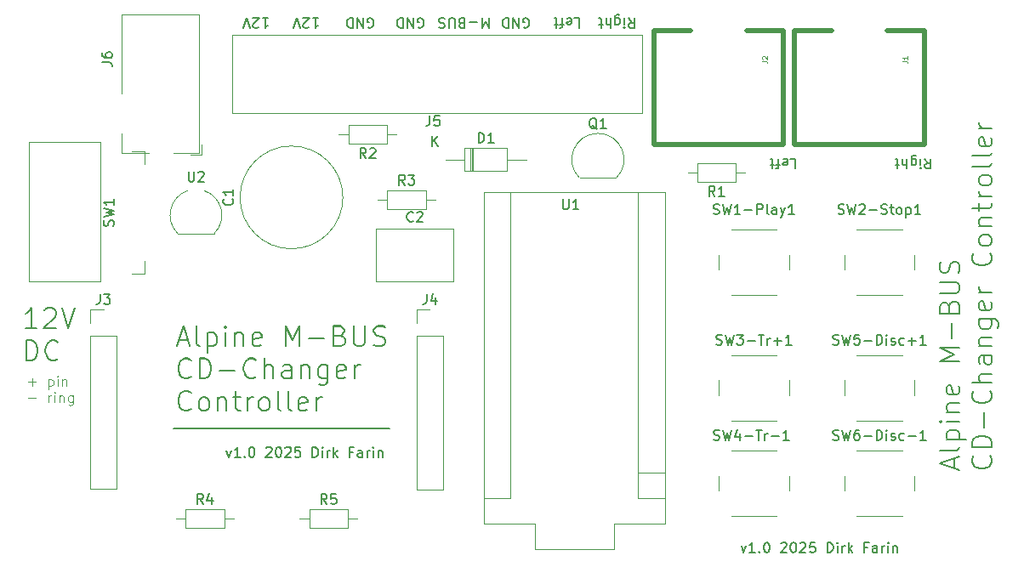
<source format=gbr>
%TF.GenerationSoftware,KiCad,Pcbnew,8.0.6*%
%TF.CreationDate,2025-01-26T17:36:13+01:00*%
%TF.ProjectId,cd-changer,63642d63-6861-46e6-9765-722e6b696361,rev?*%
%TF.SameCoordinates,Original*%
%TF.FileFunction,Legend,Top*%
%TF.FilePolarity,Positive*%
%FSLAX46Y46*%
G04 Gerber Fmt 4.6, Leading zero omitted, Abs format (unit mm)*
G04 Created by KiCad (PCBNEW 8.0.6) date 2025-01-26 17:36:13*
%MOMM*%
%LPD*%
G01*
G04 APERTURE LIST*
%ADD10C,0.100000*%
%ADD11C,0.200000*%
%ADD12C,0.150000*%
%ADD13C,0.125000*%
%ADD14C,0.120000*%
%ADD15C,0.500000*%
G04 APERTURE END LIST*
D10*
X111803884Y-99881522D02*
X112565789Y-99881522D01*
X112184836Y-100262475D02*
X112184836Y-99500570D01*
X113803884Y-99595808D02*
X113803884Y-100595808D01*
X113803884Y-99643427D02*
X113899122Y-99595808D01*
X113899122Y-99595808D02*
X114089598Y-99595808D01*
X114089598Y-99595808D02*
X114184836Y-99643427D01*
X114184836Y-99643427D02*
X114232455Y-99691046D01*
X114232455Y-99691046D02*
X114280074Y-99786284D01*
X114280074Y-99786284D02*
X114280074Y-100071998D01*
X114280074Y-100071998D02*
X114232455Y-100167236D01*
X114232455Y-100167236D02*
X114184836Y-100214856D01*
X114184836Y-100214856D02*
X114089598Y-100262475D01*
X114089598Y-100262475D02*
X113899122Y-100262475D01*
X113899122Y-100262475D02*
X113803884Y-100214856D01*
X114708646Y-100262475D02*
X114708646Y-99595808D01*
X114708646Y-99262475D02*
X114661027Y-99310094D01*
X114661027Y-99310094D02*
X114708646Y-99357713D01*
X114708646Y-99357713D02*
X114756265Y-99310094D01*
X114756265Y-99310094D02*
X114708646Y-99262475D01*
X114708646Y-99262475D02*
X114708646Y-99357713D01*
X115184836Y-99595808D02*
X115184836Y-100262475D01*
X115184836Y-99691046D02*
X115232455Y-99643427D01*
X115232455Y-99643427D02*
X115327693Y-99595808D01*
X115327693Y-99595808D02*
X115470550Y-99595808D01*
X115470550Y-99595808D02*
X115565788Y-99643427D01*
X115565788Y-99643427D02*
X115613407Y-99738665D01*
X115613407Y-99738665D02*
X115613407Y-100262475D01*
X111803884Y-101491466D02*
X112565789Y-101491466D01*
X113803884Y-101872419D02*
X113803884Y-101205752D01*
X113803884Y-101396228D02*
X113851503Y-101300990D01*
X113851503Y-101300990D02*
X113899122Y-101253371D01*
X113899122Y-101253371D02*
X113994360Y-101205752D01*
X113994360Y-101205752D02*
X114089598Y-101205752D01*
X114422932Y-101872419D02*
X114422932Y-101205752D01*
X114422932Y-100872419D02*
X114375313Y-100920038D01*
X114375313Y-100920038D02*
X114422932Y-100967657D01*
X114422932Y-100967657D02*
X114470551Y-100920038D01*
X114470551Y-100920038D02*
X114422932Y-100872419D01*
X114422932Y-100872419D02*
X114422932Y-100967657D01*
X114899122Y-101205752D02*
X114899122Y-101872419D01*
X114899122Y-101300990D02*
X114946741Y-101253371D01*
X114946741Y-101253371D02*
X115041979Y-101205752D01*
X115041979Y-101205752D02*
X115184836Y-101205752D01*
X115184836Y-101205752D02*
X115280074Y-101253371D01*
X115280074Y-101253371D02*
X115327693Y-101348609D01*
X115327693Y-101348609D02*
X115327693Y-101872419D01*
X116232455Y-101205752D02*
X116232455Y-102015276D01*
X116232455Y-102015276D02*
X116184836Y-102110514D01*
X116184836Y-102110514D02*
X116137217Y-102158133D01*
X116137217Y-102158133D02*
X116041979Y-102205752D01*
X116041979Y-102205752D02*
X115899122Y-102205752D01*
X115899122Y-102205752D02*
X115803884Y-102158133D01*
X116232455Y-101824800D02*
X116137217Y-101872419D01*
X116137217Y-101872419D02*
X115946741Y-101872419D01*
X115946741Y-101872419D02*
X115851503Y-101824800D01*
X115851503Y-101824800D02*
X115803884Y-101777180D01*
X115803884Y-101777180D02*
X115756265Y-101681942D01*
X115756265Y-101681942D02*
X115756265Y-101396228D01*
X115756265Y-101396228D02*
X115803884Y-101300990D01*
X115803884Y-101300990D02*
X115851503Y-101253371D01*
X115851503Y-101253371D02*
X115946741Y-101205752D01*
X115946741Y-101205752D02*
X116137217Y-101205752D01*
X116137217Y-101205752D02*
X116232455Y-101253371D01*
X147750000Y-104500000D02*
X126250000Y-104500000D01*
D11*
X147750000Y-104500000D02*
X126250000Y-104500000D01*
X166154136Y-63632780D02*
X166630326Y-63632780D01*
X166630326Y-63632780D02*
X166630326Y-64632780D01*
X165439850Y-63680400D02*
X165535088Y-63632780D01*
X165535088Y-63632780D02*
X165725564Y-63632780D01*
X165725564Y-63632780D02*
X165820802Y-63680400D01*
X165820802Y-63680400D02*
X165868421Y-63775638D01*
X165868421Y-63775638D02*
X165868421Y-64156590D01*
X165868421Y-64156590D02*
X165820802Y-64251828D01*
X165820802Y-64251828D02*
X165725564Y-64299447D01*
X165725564Y-64299447D02*
X165535088Y-64299447D01*
X165535088Y-64299447D02*
X165439850Y-64251828D01*
X165439850Y-64251828D02*
X165392231Y-64156590D01*
X165392231Y-64156590D02*
X165392231Y-64061352D01*
X165392231Y-64061352D02*
X165868421Y-63966114D01*
X165106516Y-64299447D02*
X164725564Y-64299447D01*
X164963659Y-63632780D02*
X164963659Y-64489923D01*
X164963659Y-64489923D02*
X164916040Y-64585161D01*
X164916040Y-64585161D02*
X164820802Y-64632780D01*
X164820802Y-64632780D02*
X164725564Y-64632780D01*
X164535087Y-64299447D02*
X164154135Y-64299447D01*
X164392230Y-64632780D02*
X164392230Y-63775638D01*
X164392230Y-63775638D02*
X164344611Y-63680400D01*
X164344611Y-63680400D02*
X164249373Y-63632780D01*
X164249373Y-63632780D02*
X164154135Y-63632780D01*
X126762530Y-95733633D02*
X127714911Y-95733633D01*
X126572054Y-96305062D02*
X127238720Y-94305062D01*
X127238720Y-94305062D02*
X127905387Y-96305062D01*
X128857768Y-96305062D02*
X128667292Y-96209824D01*
X128667292Y-96209824D02*
X128572054Y-96019347D01*
X128572054Y-96019347D02*
X128572054Y-94305062D01*
X129619673Y-94971728D02*
X129619673Y-96971728D01*
X129619673Y-95066966D02*
X129810149Y-94971728D01*
X129810149Y-94971728D02*
X130191102Y-94971728D01*
X130191102Y-94971728D02*
X130381578Y-95066966D01*
X130381578Y-95066966D02*
X130476816Y-95162204D01*
X130476816Y-95162204D02*
X130572054Y-95352681D01*
X130572054Y-95352681D02*
X130572054Y-95924109D01*
X130572054Y-95924109D02*
X130476816Y-96114585D01*
X130476816Y-96114585D02*
X130381578Y-96209824D01*
X130381578Y-96209824D02*
X130191102Y-96305062D01*
X130191102Y-96305062D02*
X129810149Y-96305062D01*
X129810149Y-96305062D02*
X129619673Y-96209824D01*
X131429197Y-96305062D02*
X131429197Y-94971728D01*
X131429197Y-94305062D02*
X131333959Y-94400300D01*
X131333959Y-94400300D02*
X131429197Y-94495538D01*
X131429197Y-94495538D02*
X131524435Y-94400300D01*
X131524435Y-94400300D02*
X131429197Y-94305062D01*
X131429197Y-94305062D02*
X131429197Y-94495538D01*
X132381578Y-94971728D02*
X132381578Y-96305062D01*
X132381578Y-95162204D02*
X132476816Y-95066966D01*
X132476816Y-95066966D02*
X132667292Y-94971728D01*
X132667292Y-94971728D02*
X132953007Y-94971728D01*
X132953007Y-94971728D02*
X133143483Y-95066966D01*
X133143483Y-95066966D02*
X133238721Y-95257443D01*
X133238721Y-95257443D02*
X133238721Y-96305062D01*
X134953007Y-96209824D02*
X134762531Y-96305062D01*
X134762531Y-96305062D02*
X134381578Y-96305062D01*
X134381578Y-96305062D02*
X134191102Y-96209824D01*
X134191102Y-96209824D02*
X134095864Y-96019347D01*
X134095864Y-96019347D02*
X134095864Y-95257443D01*
X134095864Y-95257443D02*
X134191102Y-95066966D01*
X134191102Y-95066966D02*
X134381578Y-94971728D01*
X134381578Y-94971728D02*
X134762531Y-94971728D01*
X134762531Y-94971728D02*
X134953007Y-95066966D01*
X134953007Y-95066966D02*
X135048245Y-95257443D01*
X135048245Y-95257443D02*
X135048245Y-95447919D01*
X135048245Y-95447919D02*
X134095864Y-95638395D01*
X137429198Y-96305062D02*
X137429198Y-94305062D01*
X137429198Y-94305062D02*
X138095865Y-95733633D01*
X138095865Y-95733633D02*
X138762531Y-94305062D01*
X138762531Y-94305062D02*
X138762531Y-96305062D01*
X139714912Y-95543157D02*
X141238722Y-95543157D01*
X142857769Y-95257443D02*
X143143483Y-95352681D01*
X143143483Y-95352681D02*
X143238721Y-95447919D01*
X143238721Y-95447919D02*
X143333959Y-95638395D01*
X143333959Y-95638395D02*
X143333959Y-95924109D01*
X143333959Y-95924109D02*
X143238721Y-96114585D01*
X143238721Y-96114585D02*
X143143483Y-96209824D01*
X143143483Y-96209824D02*
X142953007Y-96305062D01*
X142953007Y-96305062D02*
X142191102Y-96305062D01*
X142191102Y-96305062D02*
X142191102Y-94305062D01*
X142191102Y-94305062D02*
X142857769Y-94305062D01*
X142857769Y-94305062D02*
X143048245Y-94400300D01*
X143048245Y-94400300D02*
X143143483Y-94495538D01*
X143143483Y-94495538D02*
X143238721Y-94686014D01*
X143238721Y-94686014D02*
X143238721Y-94876490D01*
X143238721Y-94876490D02*
X143143483Y-95066966D01*
X143143483Y-95066966D02*
X143048245Y-95162204D01*
X143048245Y-95162204D02*
X142857769Y-95257443D01*
X142857769Y-95257443D02*
X142191102Y-95257443D01*
X144191102Y-94305062D02*
X144191102Y-95924109D01*
X144191102Y-95924109D02*
X144286340Y-96114585D01*
X144286340Y-96114585D02*
X144381578Y-96209824D01*
X144381578Y-96209824D02*
X144572054Y-96305062D01*
X144572054Y-96305062D02*
X144953007Y-96305062D01*
X144953007Y-96305062D02*
X145143483Y-96209824D01*
X145143483Y-96209824D02*
X145238721Y-96114585D01*
X145238721Y-96114585D02*
X145333959Y-95924109D01*
X145333959Y-95924109D02*
X145333959Y-94305062D01*
X146191102Y-96209824D02*
X146476816Y-96305062D01*
X146476816Y-96305062D02*
X146953007Y-96305062D01*
X146953007Y-96305062D02*
X147143483Y-96209824D01*
X147143483Y-96209824D02*
X147238721Y-96114585D01*
X147238721Y-96114585D02*
X147333959Y-95924109D01*
X147333959Y-95924109D02*
X147333959Y-95733633D01*
X147333959Y-95733633D02*
X147238721Y-95543157D01*
X147238721Y-95543157D02*
X147143483Y-95447919D01*
X147143483Y-95447919D02*
X146953007Y-95352681D01*
X146953007Y-95352681D02*
X146572054Y-95257443D01*
X146572054Y-95257443D02*
X146381578Y-95162204D01*
X146381578Y-95162204D02*
X146286340Y-95066966D01*
X146286340Y-95066966D02*
X146191102Y-94876490D01*
X146191102Y-94876490D02*
X146191102Y-94686014D01*
X146191102Y-94686014D02*
X146286340Y-94495538D01*
X146286340Y-94495538D02*
X146381578Y-94400300D01*
X146381578Y-94400300D02*
X146572054Y-94305062D01*
X146572054Y-94305062D02*
X147048245Y-94305062D01*
X147048245Y-94305062D02*
X147333959Y-94400300D01*
X128000625Y-99334473D02*
X127905387Y-99429712D01*
X127905387Y-99429712D02*
X127619673Y-99524950D01*
X127619673Y-99524950D02*
X127429197Y-99524950D01*
X127429197Y-99524950D02*
X127143482Y-99429712D01*
X127143482Y-99429712D02*
X126953006Y-99239235D01*
X126953006Y-99239235D02*
X126857768Y-99048759D01*
X126857768Y-99048759D02*
X126762530Y-98667807D01*
X126762530Y-98667807D02*
X126762530Y-98382092D01*
X126762530Y-98382092D02*
X126857768Y-98001140D01*
X126857768Y-98001140D02*
X126953006Y-97810664D01*
X126953006Y-97810664D02*
X127143482Y-97620188D01*
X127143482Y-97620188D02*
X127429197Y-97524950D01*
X127429197Y-97524950D02*
X127619673Y-97524950D01*
X127619673Y-97524950D02*
X127905387Y-97620188D01*
X127905387Y-97620188D02*
X128000625Y-97715426D01*
X128857768Y-99524950D02*
X128857768Y-97524950D01*
X128857768Y-97524950D02*
X129333958Y-97524950D01*
X129333958Y-97524950D02*
X129619673Y-97620188D01*
X129619673Y-97620188D02*
X129810149Y-97810664D01*
X129810149Y-97810664D02*
X129905387Y-98001140D01*
X129905387Y-98001140D02*
X130000625Y-98382092D01*
X130000625Y-98382092D02*
X130000625Y-98667807D01*
X130000625Y-98667807D02*
X129905387Y-99048759D01*
X129905387Y-99048759D02*
X129810149Y-99239235D01*
X129810149Y-99239235D02*
X129619673Y-99429712D01*
X129619673Y-99429712D02*
X129333958Y-99524950D01*
X129333958Y-99524950D02*
X128857768Y-99524950D01*
X130857768Y-98763045D02*
X132381578Y-98763045D01*
X134476815Y-99334473D02*
X134381577Y-99429712D01*
X134381577Y-99429712D02*
X134095863Y-99524950D01*
X134095863Y-99524950D02*
X133905387Y-99524950D01*
X133905387Y-99524950D02*
X133619672Y-99429712D01*
X133619672Y-99429712D02*
X133429196Y-99239235D01*
X133429196Y-99239235D02*
X133333958Y-99048759D01*
X133333958Y-99048759D02*
X133238720Y-98667807D01*
X133238720Y-98667807D02*
X133238720Y-98382092D01*
X133238720Y-98382092D02*
X133333958Y-98001140D01*
X133333958Y-98001140D02*
X133429196Y-97810664D01*
X133429196Y-97810664D02*
X133619672Y-97620188D01*
X133619672Y-97620188D02*
X133905387Y-97524950D01*
X133905387Y-97524950D02*
X134095863Y-97524950D01*
X134095863Y-97524950D02*
X134381577Y-97620188D01*
X134381577Y-97620188D02*
X134476815Y-97715426D01*
X135333958Y-99524950D02*
X135333958Y-97524950D01*
X136191101Y-99524950D02*
X136191101Y-98477331D01*
X136191101Y-98477331D02*
X136095863Y-98286854D01*
X136095863Y-98286854D02*
X135905387Y-98191616D01*
X135905387Y-98191616D02*
X135619672Y-98191616D01*
X135619672Y-98191616D02*
X135429196Y-98286854D01*
X135429196Y-98286854D02*
X135333958Y-98382092D01*
X138000625Y-99524950D02*
X138000625Y-98477331D01*
X138000625Y-98477331D02*
X137905387Y-98286854D01*
X137905387Y-98286854D02*
X137714911Y-98191616D01*
X137714911Y-98191616D02*
X137333958Y-98191616D01*
X137333958Y-98191616D02*
X137143482Y-98286854D01*
X138000625Y-99429712D02*
X137810149Y-99524950D01*
X137810149Y-99524950D02*
X137333958Y-99524950D01*
X137333958Y-99524950D02*
X137143482Y-99429712D01*
X137143482Y-99429712D02*
X137048244Y-99239235D01*
X137048244Y-99239235D02*
X137048244Y-99048759D01*
X137048244Y-99048759D02*
X137143482Y-98858283D01*
X137143482Y-98858283D02*
X137333958Y-98763045D01*
X137333958Y-98763045D02*
X137810149Y-98763045D01*
X137810149Y-98763045D02*
X138000625Y-98667807D01*
X138953006Y-98191616D02*
X138953006Y-99524950D01*
X138953006Y-98382092D02*
X139048244Y-98286854D01*
X139048244Y-98286854D02*
X139238720Y-98191616D01*
X139238720Y-98191616D02*
X139524435Y-98191616D01*
X139524435Y-98191616D02*
X139714911Y-98286854D01*
X139714911Y-98286854D02*
X139810149Y-98477331D01*
X139810149Y-98477331D02*
X139810149Y-99524950D01*
X141619673Y-98191616D02*
X141619673Y-99810664D01*
X141619673Y-99810664D02*
X141524435Y-100001140D01*
X141524435Y-100001140D02*
X141429197Y-100096378D01*
X141429197Y-100096378D02*
X141238720Y-100191616D01*
X141238720Y-100191616D02*
X140953006Y-100191616D01*
X140953006Y-100191616D02*
X140762530Y-100096378D01*
X141619673Y-99429712D02*
X141429197Y-99524950D01*
X141429197Y-99524950D02*
X141048244Y-99524950D01*
X141048244Y-99524950D02*
X140857768Y-99429712D01*
X140857768Y-99429712D02*
X140762530Y-99334473D01*
X140762530Y-99334473D02*
X140667292Y-99143997D01*
X140667292Y-99143997D02*
X140667292Y-98572569D01*
X140667292Y-98572569D02*
X140762530Y-98382092D01*
X140762530Y-98382092D02*
X140857768Y-98286854D01*
X140857768Y-98286854D02*
X141048244Y-98191616D01*
X141048244Y-98191616D02*
X141429197Y-98191616D01*
X141429197Y-98191616D02*
X141619673Y-98286854D01*
X143333959Y-99429712D02*
X143143483Y-99524950D01*
X143143483Y-99524950D02*
X142762530Y-99524950D01*
X142762530Y-99524950D02*
X142572054Y-99429712D01*
X142572054Y-99429712D02*
X142476816Y-99239235D01*
X142476816Y-99239235D02*
X142476816Y-98477331D01*
X142476816Y-98477331D02*
X142572054Y-98286854D01*
X142572054Y-98286854D02*
X142762530Y-98191616D01*
X142762530Y-98191616D02*
X143143483Y-98191616D01*
X143143483Y-98191616D02*
X143333959Y-98286854D01*
X143333959Y-98286854D02*
X143429197Y-98477331D01*
X143429197Y-98477331D02*
X143429197Y-98667807D01*
X143429197Y-98667807D02*
X142476816Y-98858283D01*
X144286340Y-99524950D02*
X144286340Y-98191616D01*
X144286340Y-98572569D02*
X144381578Y-98382092D01*
X144381578Y-98382092D02*
X144476816Y-98286854D01*
X144476816Y-98286854D02*
X144667292Y-98191616D01*
X144667292Y-98191616D02*
X144857769Y-98191616D01*
X128000625Y-102554361D02*
X127905387Y-102649600D01*
X127905387Y-102649600D02*
X127619673Y-102744838D01*
X127619673Y-102744838D02*
X127429197Y-102744838D01*
X127429197Y-102744838D02*
X127143482Y-102649600D01*
X127143482Y-102649600D02*
X126953006Y-102459123D01*
X126953006Y-102459123D02*
X126857768Y-102268647D01*
X126857768Y-102268647D02*
X126762530Y-101887695D01*
X126762530Y-101887695D02*
X126762530Y-101601980D01*
X126762530Y-101601980D02*
X126857768Y-101221028D01*
X126857768Y-101221028D02*
X126953006Y-101030552D01*
X126953006Y-101030552D02*
X127143482Y-100840076D01*
X127143482Y-100840076D02*
X127429197Y-100744838D01*
X127429197Y-100744838D02*
X127619673Y-100744838D01*
X127619673Y-100744838D02*
X127905387Y-100840076D01*
X127905387Y-100840076D02*
X128000625Y-100935314D01*
X129143482Y-102744838D02*
X128953006Y-102649600D01*
X128953006Y-102649600D02*
X128857768Y-102554361D01*
X128857768Y-102554361D02*
X128762530Y-102363885D01*
X128762530Y-102363885D02*
X128762530Y-101792457D01*
X128762530Y-101792457D02*
X128857768Y-101601980D01*
X128857768Y-101601980D02*
X128953006Y-101506742D01*
X128953006Y-101506742D02*
X129143482Y-101411504D01*
X129143482Y-101411504D02*
X129429197Y-101411504D01*
X129429197Y-101411504D02*
X129619673Y-101506742D01*
X129619673Y-101506742D02*
X129714911Y-101601980D01*
X129714911Y-101601980D02*
X129810149Y-101792457D01*
X129810149Y-101792457D02*
X129810149Y-102363885D01*
X129810149Y-102363885D02*
X129714911Y-102554361D01*
X129714911Y-102554361D02*
X129619673Y-102649600D01*
X129619673Y-102649600D02*
X129429197Y-102744838D01*
X129429197Y-102744838D02*
X129143482Y-102744838D01*
X130667292Y-101411504D02*
X130667292Y-102744838D01*
X130667292Y-101601980D02*
X130762530Y-101506742D01*
X130762530Y-101506742D02*
X130953006Y-101411504D01*
X130953006Y-101411504D02*
X131238721Y-101411504D01*
X131238721Y-101411504D02*
X131429197Y-101506742D01*
X131429197Y-101506742D02*
X131524435Y-101697219D01*
X131524435Y-101697219D02*
X131524435Y-102744838D01*
X132191102Y-101411504D02*
X132953006Y-101411504D01*
X132476816Y-100744838D02*
X132476816Y-102459123D01*
X132476816Y-102459123D02*
X132572054Y-102649600D01*
X132572054Y-102649600D02*
X132762530Y-102744838D01*
X132762530Y-102744838D02*
X132953006Y-102744838D01*
X133619673Y-102744838D02*
X133619673Y-101411504D01*
X133619673Y-101792457D02*
X133714911Y-101601980D01*
X133714911Y-101601980D02*
X133810149Y-101506742D01*
X133810149Y-101506742D02*
X134000625Y-101411504D01*
X134000625Y-101411504D02*
X134191102Y-101411504D01*
X135143482Y-102744838D02*
X134953006Y-102649600D01*
X134953006Y-102649600D02*
X134857768Y-102554361D01*
X134857768Y-102554361D02*
X134762530Y-102363885D01*
X134762530Y-102363885D02*
X134762530Y-101792457D01*
X134762530Y-101792457D02*
X134857768Y-101601980D01*
X134857768Y-101601980D02*
X134953006Y-101506742D01*
X134953006Y-101506742D02*
X135143482Y-101411504D01*
X135143482Y-101411504D02*
X135429197Y-101411504D01*
X135429197Y-101411504D02*
X135619673Y-101506742D01*
X135619673Y-101506742D02*
X135714911Y-101601980D01*
X135714911Y-101601980D02*
X135810149Y-101792457D01*
X135810149Y-101792457D02*
X135810149Y-102363885D01*
X135810149Y-102363885D02*
X135714911Y-102554361D01*
X135714911Y-102554361D02*
X135619673Y-102649600D01*
X135619673Y-102649600D02*
X135429197Y-102744838D01*
X135429197Y-102744838D02*
X135143482Y-102744838D01*
X136953006Y-102744838D02*
X136762530Y-102649600D01*
X136762530Y-102649600D02*
X136667292Y-102459123D01*
X136667292Y-102459123D02*
X136667292Y-100744838D01*
X138000625Y-102744838D02*
X137810149Y-102649600D01*
X137810149Y-102649600D02*
X137714911Y-102459123D01*
X137714911Y-102459123D02*
X137714911Y-100744838D01*
X139524435Y-102649600D02*
X139333959Y-102744838D01*
X139333959Y-102744838D02*
X138953006Y-102744838D01*
X138953006Y-102744838D02*
X138762530Y-102649600D01*
X138762530Y-102649600D02*
X138667292Y-102459123D01*
X138667292Y-102459123D02*
X138667292Y-101697219D01*
X138667292Y-101697219D02*
X138762530Y-101506742D01*
X138762530Y-101506742D02*
X138953006Y-101411504D01*
X138953006Y-101411504D02*
X139333959Y-101411504D01*
X139333959Y-101411504D02*
X139524435Y-101506742D01*
X139524435Y-101506742D02*
X139619673Y-101697219D01*
X139619673Y-101697219D02*
X139619673Y-101887695D01*
X139619673Y-101887695D02*
X138667292Y-102078171D01*
X140476816Y-102744838D02*
X140476816Y-101411504D01*
X140476816Y-101792457D02*
X140572054Y-101601980D01*
X140572054Y-101601980D02*
X140667292Y-101506742D01*
X140667292Y-101506742D02*
X140857768Y-101411504D01*
X140857768Y-101411504D02*
X141048245Y-101411504D01*
X201058898Y-77632780D02*
X201392231Y-78108971D01*
X201630326Y-77632780D02*
X201630326Y-78632780D01*
X201630326Y-78632780D02*
X201249374Y-78632780D01*
X201249374Y-78632780D02*
X201154136Y-78585161D01*
X201154136Y-78585161D02*
X201106517Y-78537542D01*
X201106517Y-78537542D02*
X201058898Y-78442304D01*
X201058898Y-78442304D02*
X201058898Y-78299447D01*
X201058898Y-78299447D02*
X201106517Y-78204209D01*
X201106517Y-78204209D02*
X201154136Y-78156590D01*
X201154136Y-78156590D02*
X201249374Y-78108971D01*
X201249374Y-78108971D02*
X201630326Y-78108971D01*
X200630326Y-77632780D02*
X200630326Y-78299447D01*
X200630326Y-78632780D02*
X200677945Y-78585161D01*
X200677945Y-78585161D02*
X200630326Y-78537542D01*
X200630326Y-78537542D02*
X200582707Y-78585161D01*
X200582707Y-78585161D02*
X200630326Y-78632780D01*
X200630326Y-78632780D02*
X200630326Y-78537542D01*
X199725565Y-78299447D02*
X199725565Y-77489923D01*
X199725565Y-77489923D02*
X199773184Y-77394685D01*
X199773184Y-77394685D02*
X199820803Y-77347066D01*
X199820803Y-77347066D02*
X199916041Y-77299447D01*
X199916041Y-77299447D02*
X200058898Y-77299447D01*
X200058898Y-77299447D02*
X200154136Y-77347066D01*
X199725565Y-77680400D02*
X199820803Y-77632780D01*
X199820803Y-77632780D02*
X200011279Y-77632780D01*
X200011279Y-77632780D02*
X200106517Y-77680400D01*
X200106517Y-77680400D02*
X200154136Y-77728019D01*
X200154136Y-77728019D02*
X200201755Y-77823257D01*
X200201755Y-77823257D02*
X200201755Y-78108971D01*
X200201755Y-78108971D02*
X200154136Y-78204209D01*
X200154136Y-78204209D02*
X200106517Y-78251828D01*
X200106517Y-78251828D02*
X200011279Y-78299447D01*
X200011279Y-78299447D02*
X199820803Y-78299447D01*
X199820803Y-78299447D02*
X199725565Y-78251828D01*
X199249374Y-77632780D02*
X199249374Y-78632780D01*
X198820803Y-77632780D02*
X198820803Y-78156590D01*
X198820803Y-78156590D02*
X198868422Y-78251828D01*
X198868422Y-78251828D02*
X198963660Y-78299447D01*
X198963660Y-78299447D02*
X199106517Y-78299447D01*
X199106517Y-78299447D02*
X199201755Y-78251828D01*
X199201755Y-78251828D02*
X199249374Y-78204209D01*
X198487469Y-78299447D02*
X198106517Y-78299447D01*
X198344612Y-78632780D02*
X198344612Y-77775638D01*
X198344612Y-77775638D02*
X198296993Y-77680400D01*
X198296993Y-77680400D02*
X198201755Y-77632780D01*
X198201755Y-77632780D02*
X198106517Y-77632780D01*
X135106517Y-63632780D02*
X135677945Y-63632780D01*
X135392231Y-63632780D02*
X135392231Y-64632780D01*
X135392231Y-64632780D02*
X135487469Y-64489923D01*
X135487469Y-64489923D02*
X135582707Y-64394685D01*
X135582707Y-64394685D02*
X135677945Y-64347066D01*
X134725564Y-64537542D02*
X134677945Y-64585161D01*
X134677945Y-64585161D02*
X134582707Y-64632780D01*
X134582707Y-64632780D02*
X134344612Y-64632780D01*
X134344612Y-64632780D02*
X134249374Y-64585161D01*
X134249374Y-64585161D02*
X134201755Y-64537542D01*
X134201755Y-64537542D02*
X134154136Y-64442304D01*
X134154136Y-64442304D02*
X134154136Y-64347066D01*
X134154136Y-64347066D02*
X134201755Y-64204209D01*
X134201755Y-64204209D02*
X134773183Y-63632780D01*
X134773183Y-63632780D02*
X134154136Y-63632780D01*
X133868421Y-64632780D02*
X133535088Y-63632780D01*
X133535088Y-63632780D02*
X133201755Y-64632780D01*
X171558898Y-63632780D02*
X171892231Y-64108971D01*
X172130326Y-63632780D02*
X172130326Y-64632780D01*
X172130326Y-64632780D02*
X171749374Y-64632780D01*
X171749374Y-64632780D02*
X171654136Y-64585161D01*
X171654136Y-64585161D02*
X171606517Y-64537542D01*
X171606517Y-64537542D02*
X171558898Y-64442304D01*
X171558898Y-64442304D02*
X171558898Y-64299447D01*
X171558898Y-64299447D02*
X171606517Y-64204209D01*
X171606517Y-64204209D02*
X171654136Y-64156590D01*
X171654136Y-64156590D02*
X171749374Y-64108971D01*
X171749374Y-64108971D02*
X172130326Y-64108971D01*
X171130326Y-63632780D02*
X171130326Y-64299447D01*
X171130326Y-64632780D02*
X171177945Y-64585161D01*
X171177945Y-64585161D02*
X171130326Y-64537542D01*
X171130326Y-64537542D02*
X171082707Y-64585161D01*
X171082707Y-64585161D02*
X171130326Y-64632780D01*
X171130326Y-64632780D02*
X171130326Y-64537542D01*
X170225565Y-64299447D02*
X170225565Y-63489923D01*
X170225565Y-63489923D02*
X170273184Y-63394685D01*
X170273184Y-63394685D02*
X170320803Y-63347066D01*
X170320803Y-63347066D02*
X170416041Y-63299447D01*
X170416041Y-63299447D02*
X170558898Y-63299447D01*
X170558898Y-63299447D02*
X170654136Y-63347066D01*
X170225565Y-63680400D02*
X170320803Y-63632780D01*
X170320803Y-63632780D02*
X170511279Y-63632780D01*
X170511279Y-63632780D02*
X170606517Y-63680400D01*
X170606517Y-63680400D02*
X170654136Y-63728019D01*
X170654136Y-63728019D02*
X170701755Y-63823257D01*
X170701755Y-63823257D02*
X170701755Y-64108971D01*
X170701755Y-64108971D02*
X170654136Y-64204209D01*
X170654136Y-64204209D02*
X170606517Y-64251828D01*
X170606517Y-64251828D02*
X170511279Y-64299447D01*
X170511279Y-64299447D02*
X170320803Y-64299447D01*
X170320803Y-64299447D02*
X170225565Y-64251828D01*
X169749374Y-63632780D02*
X169749374Y-64632780D01*
X169320803Y-63632780D02*
X169320803Y-64156590D01*
X169320803Y-64156590D02*
X169368422Y-64251828D01*
X169368422Y-64251828D02*
X169463660Y-64299447D01*
X169463660Y-64299447D02*
X169606517Y-64299447D01*
X169606517Y-64299447D02*
X169701755Y-64251828D01*
X169701755Y-64251828D02*
X169749374Y-64204209D01*
X168987469Y-64299447D02*
X168606517Y-64299447D01*
X168844612Y-64632780D02*
X168844612Y-63775638D01*
X168844612Y-63775638D02*
X168796993Y-63680400D01*
X168796993Y-63680400D02*
X168701755Y-63632780D01*
X168701755Y-63632780D02*
X168606517Y-63632780D01*
X145606517Y-64585161D02*
X145701755Y-64632780D01*
X145701755Y-64632780D02*
X145844612Y-64632780D01*
X145844612Y-64632780D02*
X145987469Y-64585161D01*
X145987469Y-64585161D02*
X146082707Y-64489923D01*
X146082707Y-64489923D02*
X146130326Y-64394685D01*
X146130326Y-64394685D02*
X146177945Y-64204209D01*
X146177945Y-64204209D02*
X146177945Y-64061352D01*
X146177945Y-64061352D02*
X146130326Y-63870876D01*
X146130326Y-63870876D02*
X146082707Y-63775638D01*
X146082707Y-63775638D02*
X145987469Y-63680400D01*
X145987469Y-63680400D02*
X145844612Y-63632780D01*
X145844612Y-63632780D02*
X145749374Y-63632780D01*
X145749374Y-63632780D02*
X145606517Y-63680400D01*
X145606517Y-63680400D02*
X145558898Y-63728019D01*
X145558898Y-63728019D02*
X145558898Y-64061352D01*
X145558898Y-64061352D02*
X145749374Y-64061352D01*
X145130326Y-63632780D02*
X145130326Y-64632780D01*
X145130326Y-64632780D02*
X144558898Y-63632780D01*
X144558898Y-63632780D02*
X144558898Y-64632780D01*
X144082707Y-63632780D02*
X144082707Y-64632780D01*
X144082707Y-64632780D02*
X143844612Y-64632780D01*
X143844612Y-64632780D02*
X143701755Y-64585161D01*
X143701755Y-64585161D02*
X143606517Y-64489923D01*
X143606517Y-64489923D02*
X143558898Y-64394685D01*
X143558898Y-64394685D02*
X143511279Y-64204209D01*
X143511279Y-64204209D02*
X143511279Y-64061352D01*
X143511279Y-64061352D02*
X143558898Y-63870876D01*
X143558898Y-63870876D02*
X143606517Y-63775638D01*
X143606517Y-63775638D02*
X143701755Y-63680400D01*
X143701755Y-63680400D02*
X143844612Y-63632780D01*
X143844612Y-63632780D02*
X144082707Y-63632780D01*
D10*
X126696741Y-95738833D02*
X127649122Y-95738833D01*
X126506265Y-96310262D02*
X127172931Y-94310262D01*
X127172931Y-94310262D02*
X127839598Y-96310262D01*
X128791979Y-96310262D02*
X128601503Y-96215024D01*
X128601503Y-96215024D02*
X128506265Y-96024547D01*
X128506265Y-96024547D02*
X128506265Y-94310262D01*
X129553884Y-94976928D02*
X129553884Y-96976928D01*
X129553884Y-95072166D02*
X129744360Y-94976928D01*
X129744360Y-94976928D02*
X130125313Y-94976928D01*
X130125313Y-94976928D02*
X130315789Y-95072166D01*
X130315789Y-95072166D02*
X130411027Y-95167404D01*
X130411027Y-95167404D02*
X130506265Y-95357881D01*
X130506265Y-95357881D02*
X130506265Y-95929309D01*
X130506265Y-95929309D02*
X130411027Y-96119785D01*
X130411027Y-96119785D02*
X130315789Y-96215024D01*
X130315789Y-96215024D02*
X130125313Y-96310262D01*
X130125313Y-96310262D02*
X129744360Y-96310262D01*
X129744360Y-96310262D02*
X129553884Y-96215024D01*
X131363408Y-96310262D02*
X131363408Y-94976928D01*
X131363408Y-94310262D02*
X131268170Y-94405500D01*
X131268170Y-94405500D02*
X131363408Y-94500738D01*
X131363408Y-94500738D02*
X131458646Y-94405500D01*
X131458646Y-94405500D02*
X131363408Y-94310262D01*
X131363408Y-94310262D02*
X131363408Y-94500738D01*
X132315789Y-94976928D02*
X132315789Y-96310262D01*
X132315789Y-95167404D02*
X132411027Y-95072166D01*
X132411027Y-95072166D02*
X132601503Y-94976928D01*
X132601503Y-94976928D02*
X132887218Y-94976928D01*
X132887218Y-94976928D02*
X133077694Y-95072166D01*
X133077694Y-95072166D02*
X133172932Y-95262643D01*
X133172932Y-95262643D02*
X133172932Y-96310262D01*
X134887218Y-96215024D02*
X134696742Y-96310262D01*
X134696742Y-96310262D02*
X134315789Y-96310262D01*
X134315789Y-96310262D02*
X134125313Y-96215024D01*
X134125313Y-96215024D02*
X134030075Y-96024547D01*
X134030075Y-96024547D02*
X134030075Y-95262643D01*
X134030075Y-95262643D02*
X134125313Y-95072166D01*
X134125313Y-95072166D02*
X134315789Y-94976928D01*
X134315789Y-94976928D02*
X134696742Y-94976928D01*
X134696742Y-94976928D02*
X134887218Y-95072166D01*
X134887218Y-95072166D02*
X134982456Y-95262643D01*
X134982456Y-95262643D02*
X134982456Y-95453119D01*
X134982456Y-95453119D02*
X134030075Y-95643595D01*
X137363409Y-96310262D02*
X137363409Y-94310262D01*
X137363409Y-94310262D02*
X138030076Y-95738833D01*
X138030076Y-95738833D02*
X138696742Y-94310262D01*
X138696742Y-94310262D02*
X138696742Y-96310262D01*
X139649123Y-95548357D02*
X141172933Y-95548357D01*
X142791980Y-95262643D02*
X143077694Y-95357881D01*
X143077694Y-95357881D02*
X143172932Y-95453119D01*
X143172932Y-95453119D02*
X143268170Y-95643595D01*
X143268170Y-95643595D02*
X143268170Y-95929309D01*
X143268170Y-95929309D02*
X143172932Y-96119785D01*
X143172932Y-96119785D02*
X143077694Y-96215024D01*
X143077694Y-96215024D02*
X142887218Y-96310262D01*
X142887218Y-96310262D02*
X142125313Y-96310262D01*
X142125313Y-96310262D02*
X142125313Y-94310262D01*
X142125313Y-94310262D02*
X142791980Y-94310262D01*
X142791980Y-94310262D02*
X142982456Y-94405500D01*
X142982456Y-94405500D02*
X143077694Y-94500738D01*
X143077694Y-94500738D02*
X143172932Y-94691214D01*
X143172932Y-94691214D02*
X143172932Y-94881690D01*
X143172932Y-94881690D02*
X143077694Y-95072166D01*
X143077694Y-95072166D02*
X142982456Y-95167404D01*
X142982456Y-95167404D02*
X142791980Y-95262643D01*
X142791980Y-95262643D02*
X142125313Y-95262643D01*
X144125313Y-94310262D02*
X144125313Y-95929309D01*
X144125313Y-95929309D02*
X144220551Y-96119785D01*
X144220551Y-96119785D02*
X144315789Y-96215024D01*
X144315789Y-96215024D02*
X144506265Y-96310262D01*
X144506265Y-96310262D02*
X144887218Y-96310262D01*
X144887218Y-96310262D02*
X145077694Y-96215024D01*
X145077694Y-96215024D02*
X145172932Y-96119785D01*
X145172932Y-96119785D02*
X145268170Y-95929309D01*
X145268170Y-95929309D02*
X145268170Y-94310262D01*
X146125313Y-96215024D02*
X146411027Y-96310262D01*
X146411027Y-96310262D02*
X146887218Y-96310262D01*
X146887218Y-96310262D02*
X147077694Y-96215024D01*
X147077694Y-96215024D02*
X147172932Y-96119785D01*
X147172932Y-96119785D02*
X147268170Y-95929309D01*
X147268170Y-95929309D02*
X147268170Y-95738833D01*
X147268170Y-95738833D02*
X147172932Y-95548357D01*
X147172932Y-95548357D02*
X147077694Y-95453119D01*
X147077694Y-95453119D02*
X146887218Y-95357881D01*
X146887218Y-95357881D02*
X146506265Y-95262643D01*
X146506265Y-95262643D02*
X146315789Y-95167404D01*
X146315789Y-95167404D02*
X146220551Y-95072166D01*
X146220551Y-95072166D02*
X146125313Y-94881690D01*
X146125313Y-94881690D02*
X146125313Y-94691214D01*
X146125313Y-94691214D02*
X146220551Y-94500738D01*
X146220551Y-94500738D02*
X146315789Y-94405500D01*
X146315789Y-94405500D02*
X146506265Y-94310262D01*
X146506265Y-94310262D02*
X146982456Y-94310262D01*
X146982456Y-94310262D02*
X147268170Y-94405500D01*
X127934836Y-99339673D02*
X127839598Y-99434912D01*
X127839598Y-99434912D02*
X127553884Y-99530150D01*
X127553884Y-99530150D02*
X127363408Y-99530150D01*
X127363408Y-99530150D02*
X127077693Y-99434912D01*
X127077693Y-99434912D02*
X126887217Y-99244435D01*
X126887217Y-99244435D02*
X126791979Y-99053959D01*
X126791979Y-99053959D02*
X126696741Y-98673007D01*
X126696741Y-98673007D02*
X126696741Y-98387292D01*
X126696741Y-98387292D02*
X126791979Y-98006340D01*
X126791979Y-98006340D02*
X126887217Y-97815864D01*
X126887217Y-97815864D02*
X127077693Y-97625388D01*
X127077693Y-97625388D02*
X127363408Y-97530150D01*
X127363408Y-97530150D02*
X127553884Y-97530150D01*
X127553884Y-97530150D02*
X127839598Y-97625388D01*
X127839598Y-97625388D02*
X127934836Y-97720626D01*
X128791979Y-99530150D02*
X128791979Y-97530150D01*
X128791979Y-97530150D02*
X129268169Y-97530150D01*
X129268169Y-97530150D02*
X129553884Y-97625388D01*
X129553884Y-97625388D02*
X129744360Y-97815864D01*
X129744360Y-97815864D02*
X129839598Y-98006340D01*
X129839598Y-98006340D02*
X129934836Y-98387292D01*
X129934836Y-98387292D02*
X129934836Y-98673007D01*
X129934836Y-98673007D02*
X129839598Y-99053959D01*
X129839598Y-99053959D02*
X129744360Y-99244435D01*
X129744360Y-99244435D02*
X129553884Y-99434912D01*
X129553884Y-99434912D02*
X129268169Y-99530150D01*
X129268169Y-99530150D02*
X128791979Y-99530150D01*
X130791979Y-98768245D02*
X132315789Y-98768245D01*
X134411026Y-99339673D02*
X134315788Y-99434912D01*
X134315788Y-99434912D02*
X134030074Y-99530150D01*
X134030074Y-99530150D02*
X133839598Y-99530150D01*
X133839598Y-99530150D02*
X133553883Y-99434912D01*
X133553883Y-99434912D02*
X133363407Y-99244435D01*
X133363407Y-99244435D02*
X133268169Y-99053959D01*
X133268169Y-99053959D02*
X133172931Y-98673007D01*
X133172931Y-98673007D02*
X133172931Y-98387292D01*
X133172931Y-98387292D02*
X133268169Y-98006340D01*
X133268169Y-98006340D02*
X133363407Y-97815864D01*
X133363407Y-97815864D02*
X133553883Y-97625388D01*
X133553883Y-97625388D02*
X133839598Y-97530150D01*
X133839598Y-97530150D02*
X134030074Y-97530150D01*
X134030074Y-97530150D02*
X134315788Y-97625388D01*
X134315788Y-97625388D02*
X134411026Y-97720626D01*
X135268169Y-99530150D02*
X135268169Y-97530150D01*
X136125312Y-99530150D02*
X136125312Y-98482531D01*
X136125312Y-98482531D02*
X136030074Y-98292054D01*
X136030074Y-98292054D02*
X135839598Y-98196816D01*
X135839598Y-98196816D02*
X135553883Y-98196816D01*
X135553883Y-98196816D02*
X135363407Y-98292054D01*
X135363407Y-98292054D02*
X135268169Y-98387292D01*
X137934836Y-99530150D02*
X137934836Y-98482531D01*
X137934836Y-98482531D02*
X137839598Y-98292054D01*
X137839598Y-98292054D02*
X137649122Y-98196816D01*
X137649122Y-98196816D02*
X137268169Y-98196816D01*
X137268169Y-98196816D02*
X137077693Y-98292054D01*
X137934836Y-99434912D02*
X137744360Y-99530150D01*
X137744360Y-99530150D02*
X137268169Y-99530150D01*
X137268169Y-99530150D02*
X137077693Y-99434912D01*
X137077693Y-99434912D02*
X136982455Y-99244435D01*
X136982455Y-99244435D02*
X136982455Y-99053959D01*
X136982455Y-99053959D02*
X137077693Y-98863483D01*
X137077693Y-98863483D02*
X137268169Y-98768245D01*
X137268169Y-98768245D02*
X137744360Y-98768245D01*
X137744360Y-98768245D02*
X137934836Y-98673007D01*
X138887217Y-98196816D02*
X138887217Y-99530150D01*
X138887217Y-98387292D02*
X138982455Y-98292054D01*
X138982455Y-98292054D02*
X139172931Y-98196816D01*
X139172931Y-98196816D02*
X139458646Y-98196816D01*
X139458646Y-98196816D02*
X139649122Y-98292054D01*
X139649122Y-98292054D02*
X139744360Y-98482531D01*
X139744360Y-98482531D02*
X139744360Y-99530150D01*
X141553884Y-98196816D02*
X141553884Y-99815864D01*
X141553884Y-99815864D02*
X141458646Y-100006340D01*
X141458646Y-100006340D02*
X141363408Y-100101578D01*
X141363408Y-100101578D02*
X141172931Y-100196816D01*
X141172931Y-100196816D02*
X140887217Y-100196816D01*
X140887217Y-100196816D02*
X140696741Y-100101578D01*
X141553884Y-99434912D02*
X141363408Y-99530150D01*
X141363408Y-99530150D02*
X140982455Y-99530150D01*
X140982455Y-99530150D02*
X140791979Y-99434912D01*
X140791979Y-99434912D02*
X140696741Y-99339673D01*
X140696741Y-99339673D02*
X140601503Y-99149197D01*
X140601503Y-99149197D02*
X140601503Y-98577769D01*
X140601503Y-98577769D02*
X140696741Y-98387292D01*
X140696741Y-98387292D02*
X140791979Y-98292054D01*
X140791979Y-98292054D02*
X140982455Y-98196816D01*
X140982455Y-98196816D02*
X141363408Y-98196816D01*
X141363408Y-98196816D02*
X141553884Y-98292054D01*
X143268170Y-99434912D02*
X143077694Y-99530150D01*
X143077694Y-99530150D02*
X142696741Y-99530150D01*
X142696741Y-99530150D02*
X142506265Y-99434912D01*
X142506265Y-99434912D02*
X142411027Y-99244435D01*
X142411027Y-99244435D02*
X142411027Y-98482531D01*
X142411027Y-98482531D02*
X142506265Y-98292054D01*
X142506265Y-98292054D02*
X142696741Y-98196816D01*
X142696741Y-98196816D02*
X143077694Y-98196816D01*
X143077694Y-98196816D02*
X143268170Y-98292054D01*
X143268170Y-98292054D02*
X143363408Y-98482531D01*
X143363408Y-98482531D02*
X143363408Y-98673007D01*
X143363408Y-98673007D02*
X142411027Y-98863483D01*
X144220551Y-99530150D02*
X144220551Y-98196816D01*
X144220551Y-98577769D02*
X144315789Y-98387292D01*
X144315789Y-98387292D02*
X144411027Y-98292054D01*
X144411027Y-98292054D02*
X144601503Y-98196816D01*
X144601503Y-98196816D02*
X144791980Y-98196816D01*
X127934836Y-102559561D02*
X127839598Y-102654800D01*
X127839598Y-102654800D02*
X127553884Y-102750038D01*
X127553884Y-102750038D02*
X127363408Y-102750038D01*
X127363408Y-102750038D02*
X127077693Y-102654800D01*
X127077693Y-102654800D02*
X126887217Y-102464323D01*
X126887217Y-102464323D02*
X126791979Y-102273847D01*
X126791979Y-102273847D02*
X126696741Y-101892895D01*
X126696741Y-101892895D02*
X126696741Y-101607180D01*
X126696741Y-101607180D02*
X126791979Y-101226228D01*
X126791979Y-101226228D02*
X126887217Y-101035752D01*
X126887217Y-101035752D02*
X127077693Y-100845276D01*
X127077693Y-100845276D02*
X127363408Y-100750038D01*
X127363408Y-100750038D02*
X127553884Y-100750038D01*
X127553884Y-100750038D02*
X127839598Y-100845276D01*
X127839598Y-100845276D02*
X127934836Y-100940514D01*
X129077693Y-102750038D02*
X128887217Y-102654800D01*
X128887217Y-102654800D02*
X128791979Y-102559561D01*
X128791979Y-102559561D02*
X128696741Y-102369085D01*
X128696741Y-102369085D02*
X128696741Y-101797657D01*
X128696741Y-101797657D02*
X128791979Y-101607180D01*
X128791979Y-101607180D02*
X128887217Y-101511942D01*
X128887217Y-101511942D02*
X129077693Y-101416704D01*
X129077693Y-101416704D02*
X129363408Y-101416704D01*
X129363408Y-101416704D02*
X129553884Y-101511942D01*
X129553884Y-101511942D02*
X129649122Y-101607180D01*
X129649122Y-101607180D02*
X129744360Y-101797657D01*
X129744360Y-101797657D02*
X129744360Y-102369085D01*
X129744360Y-102369085D02*
X129649122Y-102559561D01*
X129649122Y-102559561D02*
X129553884Y-102654800D01*
X129553884Y-102654800D02*
X129363408Y-102750038D01*
X129363408Y-102750038D02*
X129077693Y-102750038D01*
X130601503Y-101416704D02*
X130601503Y-102750038D01*
X130601503Y-101607180D02*
X130696741Y-101511942D01*
X130696741Y-101511942D02*
X130887217Y-101416704D01*
X130887217Y-101416704D02*
X131172932Y-101416704D01*
X131172932Y-101416704D02*
X131363408Y-101511942D01*
X131363408Y-101511942D02*
X131458646Y-101702419D01*
X131458646Y-101702419D02*
X131458646Y-102750038D01*
X132125313Y-101416704D02*
X132887217Y-101416704D01*
X132411027Y-100750038D02*
X132411027Y-102464323D01*
X132411027Y-102464323D02*
X132506265Y-102654800D01*
X132506265Y-102654800D02*
X132696741Y-102750038D01*
X132696741Y-102750038D02*
X132887217Y-102750038D01*
X133553884Y-102750038D02*
X133553884Y-101416704D01*
X133553884Y-101797657D02*
X133649122Y-101607180D01*
X133649122Y-101607180D02*
X133744360Y-101511942D01*
X133744360Y-101511942D02*
X133934836Y-101416704D01*
X133934836Y-101416704D02*
X134125313Y-101416704D01*
X135077693Y-102750038D02*
X134887217Y-102654800D01*
X134887217Y-102654800D02*
X134791979Y-102559561D01*
X134791979Y-102559561D02*
X134696741Y-102369085D01*
X134696741Y-102369085D02*
X134696741Y-101797657D01*
X134696741Y-101797657D02*
X134791979Y-101607180D01*
X134791979Y-101607180D02*
X134887217Y-101511942D01*
X134887217Y-101511942D02*
X135077693Y-101416704D01*
X135077693Y-101416704D02*
X135363408Y-101416704D01*
X135363408Y-101416704D02*
X135553884Y-101511942D01*
X135553884Y-101511942D02*
X135649122Y-101607180D01*
X135649122Y-101607180D02*
X135744360Y-101797657D01*
X135744360Y-101797657D02*
X135744360Y-102369085D01*
X135744360Y-102369085D02*
X135649122Y-102559561D01*
X135649122Y-102559561D02*
X135553884Y-102654800D01*
X135553884Y-102654800D02*
X135363408Y-102750038D01*
X135363408Y-102750038D02*
X135077693Y-102750038D01*
X136887217Y-102750038D02*
X136696741Y-102654800D01*
X136696741Y-102654800D02*
X136601503Y-102464323D01*
X136601503Y-102464323D02*
X136601503Y-100750038D01*
X137934836Y-102750038D02*
X137744360Y-102654800D01*
X137744360Y-102654800D02*
X137649122Y-102464323D01*
X137649122Y-102464323D02*
X137649122Y-100750038D01*
X139458646Y-102654800D02*
X139268170Y-102750038D01*
X139268170Y-102750038D02*
X138887217Y-102750038D01*
X138887217Y-102750038D02*
X138696741Y-102654800D01*
X138696741Y-102654800D02*
X138601503Y-102464323D01*
X138601503Y-102464323D02*
X138601503Y-101702419D01*
X138601503Y-101702419D02*
X138696741Y-101511942D01*
X138696741Y-101511942D02*
X138887217Y-101416704D01*
X138887217Y-101416704D02*
X139268170Y-101416704D01*
X139268170Y-101416704D02*
X139458646Y-101511942D01*
X139458646Y-101511942D02*
X139553884Y-101702419D01*
X139553884Y-101702419D02*
X139553884Y-101892895D01*
X139553884Y-101892895D02*
X138601503Y-102083371D01*
X140411027Y-102750038D02*
X140411027Y-101416704D01*
X140411027Y-101797657D02*
X140506265Y-101607180D01*
X140506265Y-101607180D02*
X140601503Y-101511942D01*
X140601503Y-101511942D02*
X140791979Y-101416704D01*
X140791979Y-101416704D02*
X140982456Y-101416704D01*
D11*
X203953521Y-108487469D02*
X203953521Y-107535088D01*
X204524950Y-108677945D02*
X202524950Y-108011279D01*
X202524950Y-108011279D02*
X204524950Y-107344612D01*
X204524950Y-106392231D02*
X204429712Y-106582707D01*
X204429712Y-106582707D02*
X204239235Y-106677945D01*
X204239235Y-106677945D02*
X202524950Y-106677945D01*
X203191616Y-105630326D02*
X205191616Y-105630326D01*
X203286854Y-105630326D02*
X203191616Y-105439850D01*
X203191616Y-105439850D02*
X203191616Y-105058897D01*
X203191616Y-105058897D02*
X203286854Y-104868421D01*
X203286854Y-104868421D02*
X203382092Y-104773183D01*
X203382092Y-104773183D02*
X203572569Y-104677945D01*
X203572569Y-104677945D02*
X204143997Y-104677945D01*
X204143997Y-104677945D02*
X204334473Y-104773183D01*
X204334473Y-104773183D02*
X204429712Y-104868421D01*
X204429712Y-104868421D02*
X204524950Y-105058897D01*
X204524950Y-105058897D02*
X204524950Y-105439850D01*
X204524950Y-105439850D02*
X204429712Y-105630326D01*
X204524950Y-103820802D02*
X203191616Y-103820802D01*
X202524950Y-103820802D02*
X202620188Y-103916040D01*
X202620188Y-103916040D02*
X202715426Y-103820802D01*
X202715426Y-103820802D02*
X202620188Y-103725564D01*
X202620188Y-103725564D02*
X202524950Y-103820802D01*
X202524950Y-103820802D02*
X202715426Y-103820802D01*
X203191616Y-102868421D02*
X204524950Y-102868421D01*
X203382092Y-102868421D02*
X203286854Y-102773183D01*
X203286854Y-102773183D02*
X203191616Y-102582707D01*
X203191616Y-102582707D02*
X203191616Y-102296992D01*
X203191616Y-102296992D02*
X203286854Y-102106516D01*
X203286854Y-102106516D02*
X203477331Y-102011278D01*
X203477331Y-102011278D02*
X204524950Y-102011278D01*
X204429712Y-100296992D02*
X204524950Y-100487468D01*
X204524950Y-100487468D02*
X204524950Y-100868421D01*
X204524950Y-100868421D02*
X204429712Y-101058897D01*
X204429712Y-101058897D02*
X204239235Y-101154135D01*
X204239235Y-101154135D02*
X203477331Y-101154135D01*
X203477331Y-101154135D02*
X203286854Y-101058897D01*
X203286854Y-101058897D02*
X203191616Y-100868421D01*
X203191616Y-100868421D02*
X203191616Y-100487468D01*
X203191616Y-100487468D02*
X203286854Y-100296992D01*
X203286854Y-100296992D02*
X203477331Y-100201754D01*
X203477331Y-100201754D02*
X203667807Y-100201754D01*
X203667807Y-100201754D02*
X203858283Y-101154135D01*
X204524950Y-97820801D02*
X202524950Y-97820801D01*
X202524950Y-97820801D02*
X203953521Y-97154134D01*
X203953521Y-97154134D02*
X202524950Y-96487468D01*
X202524950Y-96487468D02*
X204524950Y-96487468D01*
X203763045Y-95535087D02*
X203763045Y-94011278D01*
X203477331Y-92392230D02*
X203572569Y-92106516D01*
X203572569Y-92106516D02*
X203667807Y-92011278D01*
X203667807Y-92011278D02*
X203858283Y-91916040D01*
X203858283Y-91916040D02*
X204143997Y-91916040D01*
X204143997Y-91916040D02*
X204334473Y-92011278D01*
X204334473Y-92011278D02*
X204429712Y-92106516D01*
X204429712Y-92106516D02*
X204524950Y-92296992D01*
X204524950Y-92296992D02*
X204524950Y-93058897D01*
X204524950Y-93058897D02*
X202524950Y-93058897D01*
X202524950Y-93058897D02*
X202524950Y-92392230D01*
X202524950Y-92392230D02*
X202620188Y-92201754D01*
X202620188Y-92201754D02*
X202715426Y-92106516D01*
X202715426Y-92106516D02*
X202905902Y-92011278D01*
X202905902Y-92011278D02*
X203096378Y-92011278D01*
X203096378Y-92011278D02*
X203286854Y-92106516D01*
X203286854Y-92106516D02*
X203382092Y-92201754D01*
X203382092Y-92201754D02*
X203477331Y-92392230D01*
X203477331Y-92392230D02*
X203477331Y-93058897D01*
X202524950Y-91058897D02*
X204143997Y-91058897D01*
X204143997Y-91058897D02*
X204334473Y-90963659D01*
X204334473Y-90963659D02*
X204429712Y-90868421D01*
X204429712Y-90868421D02*
X204524950Y-90677945D01*
X204524950Y-90677945D02*
X204524950Y-90296992D01*
X204524950Y-90296992D02*
X204429712Y-90106516D01*
X204429712Y-90106516D02*
X204334473Y-90011278D01*
X204334473Y-90011278D02*
X204143997Y-89916040D01*
X204143997Y-89916040D02*
X202524950Y-89916040D01*
X204429712Y-89058897D02*
X204524950Y-88773183D01*
X204524950Y-88773183D02*
X204524950Y-88296992D01*
X204524950Y-88296992D02*
X204429712Y-88106516D01*
X204429712Y-88106516D02*
X204334473Y-88011278D01*
X204334473Y-88011278D02*
X204143997Y-87916040D01*
X204143997Y-87916040D02*
X203953521Y-87916040D01*
X203953521Y-87916040D02*
X203763045Y-88011278D01*
X203763045Y-88011278D02*
X203667807Y-88106516D01*
X203667807Y-88106516D02*
X203572569Y-88296992D01*
X203572569Y-88296992D02*
X203477331Y-88677945D01*
X203477331Y-88677945D02*
X203382092Y-88868421D01*
X203382092Y-88868421D02*
X203286854Y-88963659D01*
X203286854Y-88963659D02*
X203096378Y-89058897D01*
X203096378Y-89058897D02*
X202905902Y-89058897D01*
X202905902Y-89058897D02*
X202715426Y-88963659D01*
X202715426Y-88963659D02*
X202620188Y-88868421D01*
X202620188Y-88868421D02*
X202524950Y-88677945D01*
X202524950Y-88677945D02*
X202524950Y-88201754D01*
X202524950Y-88201754D02*
X202620188Y-87916040D01*
X207554361Y-107249374D02*
X207649600Y-107344612D01*
X207649600Y-107344612D02*
X207744838Y-107630326D01*
X207744838Y-107630326D02*
X207744838Y-107820802D01*
X207744838Y-107820802D02*
X207649600Y-108106517D01*
X207649600Y-108106517D02*
X207459123Y-108296993D01*
X207459123Y-108296993D02*
X207268647Y-108392231D01*
X207268647Y-108392231D02*
X206887695Y-108487469D01*
X206887695Y-108487469D02*
X206601980Y-108487469D01*
X206601980Y-108487469D02*
X206221028Y-108392231D01*
X206221028Y-108392231D02*
X206030552Y-108296993D01*
X206030552Y-108296993D02*
X205840076Y-108106517D01*
X205840076Y-108106517D02*
X205744838Y-107820802D01*
X205744838Y-107820802D02*
X205744838Y-107630326D01*
X205744838Y-107630326D02*
X205840076Y-107344612D01*
X205840076Y-107344612D02*
X205935314Y-107249374D01*
X207744838Y-106392231D02*
X205744838Y-106392231D01*
X205744838Y-106392231D02*
X205744838Y-105916041D01*
X205744838Y-105916041D02*
X205840076Y-105630326D01*
X205840076Y-105630326D02*
X206030552Y-105439850D01*
X206030552Y-105439850D02*
X206221028Y-105344612D01*
X206221028Y-105344612D02*
X206601980Y-105249374D01*
X206601980Y-105249374D02*
X206887695Y-105249374D01*
X206887695Y-105249374D02*
X207268647Y-105344612D01*
X207268647Y-105344612D02*
X207459123Y-105439850D01*
X207459123Y-105439850D02*
X207649600Y-105630326D01*
X207649600Y-105630326D02*
X207744838Y-105916041D01*
X207744838Y-105916041D02*
X207744838Y-106392231D01*
X206982933Y-104392231D02*
X206982933Y-102868422D01*
X207554361Y-100773184D02*
X207649600Y-100868422D01*
X207649600Y-100868422D02*
X207744838Y-101154136D01*
X207744838Y-101154136D02*
X207744838Y-101344612D01*
X207744838Y-101344612D02*
X207649600Y-101630327D01*
X207649600Y-101630327D02*
X207459123Y-101820803D01*
X207459123Y-101820803D02*
X207268647Y-101916041D01*
X207268647Y-101916041D02*
X206887695Y-102011279D01*
X206887695Y-102011279D02*
X206601980Y-102011279D01*
X206601980Y-102011279D02*
X206221028Y-101916041D01*
X206221028Y-101916041D02*
X206030552Y-101820803D01*
X206030552Y-101820803D02*
X205840076Y-101630327D01*
X205840076Y-101630327D02*
X205744838Y-101344612D01*
X205744838Y-101344612D02*
X205744838Y-101154136D01*
X205744838Y-101154136D02*
X205840076Y-100868422D01*
X205840076Y-100868422D02*
X205935314Y-100773184D01*
X207744838Y-99916041D02*
X205744838Y-99916041D01*
X207744838Y-99058898D02*
X206697219Y-99058898D01*
X206697219Y-99058898D02*
X206506742Y-99154136D01*
X206506742Y-99154136D02*
X206411504Y-99344612D01*
X206411504Y-99344612D02*
X206411504Y-99630327D01*
X206411504Y-99630327D02*
X206506742Y-99820803D01*
X206506742Y-99820803D02*
X206601980Y-99916041D01*
X207744838Y-97249374D02*
X206697219Y-97249374D01*
X206697219Y-97249374D02*
X206506742Y-97344612D01*
X206506742Y-97344612D02*
X206411504Y-97535088D01*
X206411504Y-97535088D02*
X206411504Y-97916041D01*
X206411504Y-97916041D02*
X206506742Y-98106517D01*
X207649600Y-97249374D02*
X207744838Y-97439850D01*
X207744838Y-97439850D02*
X207744838Y-97916041D01*
X207744838Y-97916041D02*
X207649600Y-98106517D01*
X207649600Y-98106517D02*
X207459123Y-98201755D01*
X207459123Y-98201755D02*
X207268647Y-98201755D01*
X207268647Y-98201755D02*
X207078171Y-98106517D01*
X207078171Y-98106517D02*
X206982933Y-97916041D01*
X206982933Y-97916041D02*
X206982933Y-97439850D01*
X206982933Y-97439850D02*
X206887695Y-97249374D01*
X206411504Y-96296993D02*
X207744838Y-96296993D01*
X206601980Y-96296993D02*
X206506742Y-96201755D01*
X206506742Y-96201755D02*
X206411504Y-96011279D01*
X206411504Y-96011279D02*
X206411504Y-95725564D01*
X206411504Y-95725564D02*
X206506742Y-95535088D01*
X206506742Y-95535088D02*
X206697219Y-95439850D01*
X206697219Y-95439850D02*
X207744838Y-95439850D01*
X206411504Y-93630326D02*
X208030552Y-93630326D01*
X208030552Y-93630326D02*
X208221028Y-93725564D01*
X208221028Y-93725564D02*
X208316266Y-93820802D01*
X208316266Y-93820802D02*
X208411504Y-94011279D01*
X208411504Y-94011279D02*
X208411504Y-94296993D01*
X208411504Y-94296993D02*
X208316266Y-94487469D01*
X207649600Y-93630326D02*
X207744838Y-93820802D01*
X207744838Y-93820802D02*
X207744838Y-94201755D01*
X207744838Y-94201755D02*
X207649600Y-94392231D01*
X207649600Y-94392231D02*
X207554361Y-94487469D01*
X207554361Y-94487469D02*
X207363885Y-94582707D01*
X207363885Y-94582707D02*
X206792457Y-94582707D01*
X206792457Y-94582707D02*
X206601980Y-94487469D01*
X206601980Y-94487469D02*
X206506742Y-94392231D01*
X206506742Y-94392231D02*
X206411504Y-94201755D01*
X206411504Y-94201755D02*
X206411504Y-93820802D01*
X206411504Y-93820802D02*
X206506742Y-93630326D01*
X207649600Y-91916040D02*
X207744838Y-92106516D01*
X207744838Y-92106516D02*
X207744838Y-92487469D01*
X207744838Y-92487469D02*
X207649600Y-92677945D01*
X207649600Y-92677945D02*
X207459123Y-92773183D01*
X207459123Y-92773183D02*
X206697219Y-92773183D01*
X206697219Y-92773183D02*
X206506742Y-92677945D01*
X206506742Y-92677945D02*
X206411504Y-92487469D01*
X206411504Y-92487469D02*
X206411504Y-92106516D01*
X206411504Y-92106516D02*
X206506742Y-91916040D01*
X206506742Y-91916040D02*
X206697219Y-91820802D01*
X206697219Y-91820802D02*
X206887695Y-91820802D01*
X206887695Y-91820802D02*
X207078171Y-92773183D01*
X207744838Y-90963659D02*
X206411504Y-90963659D01*
X206792457Y-90963659D02*
X206601980Y-90868421D01*
X206601980Y-90868421D02*
X206506742Y-90773183D01*
X206506742Y-90773183D02*
X206411504Y-90582707D01*
X206411504Y-90582707D02*
X206411504Y-90392230D01*
X207554361Y-87058897D02*
X207649600Y-87154135D01*
X207649600Y-87154135D02*
X207744838Y-87439849D01*
X207744838Y-87439849D02*
X207744838Y-87630325D01*
X207744838Y-87630325D02*
X207649600Y-87916040D01*
X207649600Y-87916040D02*
X207459123Y-88106516D01*
X207459123Y-88106516D02*
X207268647Y-88201754D01*
X207268647Y-88201754D02*
X206887695Y-88296992D01*
X206887695Y-88296992D02*
X206601980Y-88296992D01*
X206601980Y-88296992D02*
X206221028Y-88201754D01*
X206221028Y-88201754D02*
X206030552Y-88106516D01*
X206030552Y-88106516D02*
X205840076Y-87916040D01*
X205840076Y-87916040D02*
X205744838Y-87630325D01*
X205744838Y-87630325D02*
X205744838Y-87439849D01*
X205744838Y-87439849D02*
X205840076Y-87154135D01*
X205840076Y-87154135D02*
X205935314Y-87058897D01*
X207744838Y-85916040D02*
X207649600Y-86106516D01*
X207649600Y-86106516D02*
X207554361Y-86201754D01*
X207554361Y-86201754D02*
X207363885Y-86296992D01*
X207363885Y-86296992D02*
X206792457Y-86296992D01*
X206792457Y-86296992D02*
X206601980Y-86201754D01*
X206601980Y-86201754D02*
X206506742Y-86106516D01*
X206506742Y-86106516D02*
X206411504Y-85916040D01*
X206411504Y-85916040D02*
X206411504Y-85630325D01*
X206411504Y-85630325D02*
X206506742Y-85439849D01*
X206506742Y-85439849D02*
X206601980Y-85344611D01*
X206601980Y-85344611D02*
X206792457Y-85249373D01*
X206792457Y-85249373D02*
X207363885Y-85249373D01*
X207363885Y-85249373D02*
X207554361Y-85344611D01*
X207554361Y-85344611D02*
X207649600Y-85439849D01*
X207649600Y-85439849D02*
X207744838Y-85630325D01*
X207744838Y-85630325D02*
X207744838Y-85916040D01*
X206411504Y-84392230D02*
X207744838Y-84392230D01*
X206601980Y-84392230D02*
X206506742Y-84296992D01*
X206506742Y-84296992D02*
X206411504Y-84106516D01*
X206411504Y-84106516D02*
X206411504Y-83820801D01*
X206411504Y-83820801D02*
X206506742Y-83630325D01*
X206506742Y-83630325D02*
X206697219Y-83535087D01*
X206697219Y-83535087D02*
X207744838Y-83535087D01*
X206411504Y-82868420D02*
X206411504Y-82106516D01*
X205744838Y-82582706D02*
X207459123Y-82582706D01*
X207459123Y-82582706D02*
X207649600Y-82487468D01*
X207649600Y-82487468D02*
X207744838Y-82296992D01*
X207744838Y-82296992D02*
X207744838Y-82106516D01*
X207744838Y-81439849D02*
X206411504Y-81439849D01*
X206792457Y-81439849D02*
X206601980Y-81344611D01*
X206601980Y-81344611D02*
X206506742Y-81249373D01*
X206506742Y-81249373D02*
X206411504Y-81058897D01*
X206411504Y-81058897D02*
X206411504Y-80868420D01*
X207744838Y-79916040D02*
X207649600Y-80106516D01*
X207649600Y-80106516D02*
X207554361Y-80201754D01*
X207554361Y-80201754D02*
X207363885Y-80296992D01*
X207363885Y-80296992D02*
X206792457Y-80296992D01*
X206792457Y-80296992D02*
X206601980Y-80201754D01*
X206601980Y-80201754D02*
X206506742Y-80106516D01*
X206506742Y-80106516D02*
X206411504Y-79916040D01*
X206411504Y-79916040D02*
X206411504Y-79630325D01*
X206411504Y-79630325D02*
X206506742Y-79439849D01*
X206506742Y-79439849D02*
X206601980Y-79344611D01*
X206601980Y-79344611D02*
X206792457Y-79249373D01*
X206792457Y-79249373D02*
X207363885Y-79249373D01*
X207363885Y-79249373D02*
X207554361Y-79344611D01*
X207554361Y-79344611D02*
X207649600Y-79439849D01*
X207649600Y-79439849D02*
X207744838Y-79630325D01*
X207744838Y-79630325D02*
X207744838Y-79916040D01*
X207744838Y-78106516D02*
X207649600Y-78296992D01*
X207649600Y-78296992D02*
X207459123Y-78392230D01*
X207459123Y-78392230D02*
X205744838Y-78392230D01*
X207744838Y-77058897D02*
X207649600Y-77249373D01*
X207649600Y-77249373D02*
X207459123Y-77344611D01*
X207459123Y-77344611D02*
X205744838Y-77344611D01*
X207649600Y-75535087D02*
X207744838Y-75725563D01*
X207744838Y-75725563D02*
X207744838Y-76106516D01*
X207744838Y-76106516D02*
X207649600Y-76296992D01*
X207649600Y-76296992D02*
X207459123Y-76392230D01*
X207459123Y-76392230D02*
X206697219Y-76392230D01*
X206697219Y-76392230D02*
X206506742Y-76296992D01*
X206506742Y-76296992D02*
X206411504Y-76106516D01*
X206411504Y-76106516D02*
X206411504Y-75725563D01*
X206411504Y-75725563D02*
X206506742Y-75535087D01*
X206506742Y-75535087D02*
X206697219Y-75439849D01*
X206697219Y-75439849D02*
X206887695Y-75439849D01*
X206887695Y-75439849D02*
X207078171Y-76392230D01*
X207744838Y-74582706D02*
X206411504Y-74582706D01*
X206792457Y-74582706D02*
X206601980Y-74487468D01*
X206601980Y-74487468D02*
X206506742Y-74392230D01*
X206506742Y-74392230D02*
X206411504Y-74201754D01*
X206411504Y-74201754D02*
X206411504Y-74011277D01*
X112655387Y-94524950D02*
X111512530Y-94524950D01*
X112083958Y-94524950D02*
X112083958Y-92524950D01*
X112083958Y-92524950D02*
X111893482Y-92810664D01*
X111893482Y-92810664D02*
X111703006Y-93001140D01*
X111703006Y-93001140D02*
X111512530Y-93096378D01*
X113417292Y-92715426D02*
X113512530Y-92620188D01*
X113512530Y-92620188D02*
X113703006Y-92524950D01*
X113703006Y-92524950D02*
X114179197Y-92524950D01*
X114179197Y-92524950D02*
X114369673Y-92620188D01*
X114369673Y-92620188D02*
X114464911Y-92715426D01*
X114464911Y-92715426D02*
X114560149Y-92905902D01*
X114560149Y-92905902D02*
X114560149Y-93096378D01*
X114560149Y-93096378D02*
X114464911Y-93382092D01*
X114464911Y-93382092D02*
X113322054Y-94524950D01*
X113322054Y-94524950D02*
X114560149Y-94524950D01*
X115131578Y-92524950D02*
X115798244Y-94524950D01*
X115798244Y-94524950D02*
X116464911Y-92524950D01*
X111607768Y-97744838D02*
X111607768Y-95744838D01*
X111607768Y-95744838D02*
X112083958Y-95744838D01*
X112083958Y-95744838D02*
X112369673Y-95840076D01*
X112369673Y-95840076D02*
X112560149Y-96030552D01*
X112560149Y-96030552D02*
X112655387Y-96221028D01*
X112655387Y-96221028D02*
X112750625Y-96601980D01*
X112750625Y-96601980D02*
X112750625Y-96887695D01*
X112750625Y-96887695D02*
X112655387Y-97268647D01*
X112655387Y-97268647D02*
X112560149Y-97459123D01*
X112560149Y-97459123D02*
X112369673Y-97649600D01*
X112369673Y-97649600D02*
X112083958Y-97744838D01*
X112083958Y-97744838D02*
X111607768Y-97744838D01*
X114750625Y-97554361D02*
X114655387Y-97649600D01*
X114655387Y-97649600D02*
X114369673Y-97744838D01*
X114369673Y-97744838D02*
X114179197Y-97744838D01*
X114179197Y-97744838D02*
X113893482Y-97649600D01*
X113893482Y-97649600D02*
X113703006Y-97459123D01*
X113703006Y-97459123D02*
X113607768Y-97268647D01*
X113607768Y-97268647D02*
X113512530Y-96887695D01*
X113512530Y-96887695D02*
X113512530Y-96601980D01*
X113512530Y-96601980D02*
X113607768Y-96221028D01*
X113607768Y-96221028D02*
X113703006Y-96030552D01*
X113703006Y-96030552D02*
X113893482Y-95840076D01*
X113893482Y-95840076D02*
X114179197Y-95744838D01*
X114179197Y-95744838D02*
X114369673Y-95744838D01*
X114369673Y-95744838D02*
X114655387Y-95840076D01*
X114655387Y-95840076D02*
X114750625Y-95935314D01*
X140106517Y-63632780D02*
X140677945Y-63632780D01*
X140392231Y-63632780D02*
X140392231Y-64632780D01*
X140392231Y-64632780D02*
X140487469Y-64489923D01*
X140487469Y-64489923D02*
X140582707Y-64394685D01*
X140582707Y-64394685D02*
X140677945Y-64347066D01*
X139725564Y-64537542D02*
X139677945Y-64585161D01*
X139677945Y-64585161D02*
X139582707Y-64632780D01*
X139582707Y-64632780D02*
X139344612Y-64632780D01*
X139344612Y-64632780D02*
X139249374Y-64585161D01*
X139249374Y-64585161D02*
X139201755Y-64537542D01*
X139201755Y-64537542D02*
X139154136Y-64442304D01*
X139154136Y-64442304D02*
X139154136Y-64347066D01*
X139154136Y-64347066D02*
X139201755Y-64204209D01*
X139201755Y-64204209D02*
X139773183Y-63632780D01*
X139773183Y-63632780D02*
X139154136Y-63632780D01*
X138868421Y-64632780D02*
X138535088Y-63632780D01*
X138535088Y-63632780D02*
X138201755Y-64632780D01*
X182774435Y-116200552D02*
X183012530Y-116867219D01*
X183012530Y-116867219D02*
X183250625Y-116200552D01*
X184155387Y-116867219D02*
X183583959Y-116867219D01*
X183869673Y-116867219D02*
X183869673Y-115867219D01*
X183869673Y-115867219D02*
X183774435Y-116010076D01*
X183774435Y-116010076D02*
X183679197Y-116105314D01*
X183679197Y-116105314D02*
X183583959Y-116152933D01*
X184583959Y-116771980D02*
X184631578Y-116819600D01*
X184631578Y-116819600D02*
X184583959Y-116867219D01*
X184583959Y-116867219D02*
X184536340Y-116819600D01*
X184536340Y-116819600D02*
X184583959Y-116771980D01*
X184583959Y-116771980D02*
X184583959Y-116867219D01*
X185250625Y-115867219D02*
X185345863Y-115867219D01*
X185345863Y-115867219D02*
X185441101Y-115914838D01*
X185441101Y-115914838D02*
X185488720Y-115962457D01*
X185488720Y-115962457D02*
X185536339Y-116057695D01*
X185536339Y-116057695D02*
X185583958Y-116248171D01*
X185583958Y-116248171D02*
X185583958Y-116486266D01*
X185583958Y-116486266D02*
X185536339Y-116676742D01*
X185536339Y-116676742D02*
X185488720Y-116771980D01*
X185488720Y-116771980D02*
X185441101Y-116819600D01*
X185441101Y-116819600D02*
X185345863Y-116867219D01*
X185345863Y-116867219D02*
X185250625Y-116867219D01*
X185250625Y-116867219D02*
X185155387Y-116819600D01*
X185155387Y-116819600D02*
X185107768Y-116771980D01*
X185107768Y-116771980D02*
X185060149Y-116676742D01*
X185060149Y-116676742D02*
X185012530Y-116486266D01*
X185012530Y-116486266D02*
X185012530Y-116248171D01*
X185012530Y-116248171D02*
X185060149Y-116057695D01*
X185060149Y-116057695D02*
X185107768Y-115962457D01*
X185107768Y-115962457D02*
X185155387Y-115914838D01*
X185155387Y-115914838D02*
X185250625Y-115867219D01*
X186726816Y-115962457D02*
X186774435Y-115914838D01*
X186774435Y-115914838D02*
X186869673Y-115867219D01*
X186869673Y-115867219D02*
X187107768Y-115867219D01*
X187107768Y-115867219D02*
X187203006Y-115914838D01*
X187203006Y-115914838D02*
X187250625Y-115962457D01*
X187250625Y-115962457D02*
X187298244Y-116057695D01*
X187298244Y-116057695D02*
X187298244Y-116152933D01*
X187298244Y-116152933D02*
X187250625Y-116295790D01*
X187250625Y-116295790D02*
X186679197Y-116867219D01*
X186679197Y-116867219D02*
X187298244Y-116867219D01*
X187917292Y-115867219D02*
X188012530Y-115867219D01*
X188012530Y-115867219D02*
X188107768Y-115914838D01*
X188107768Y-115914838D02*
X188155387Y-115962457D01*
X188155387Y-115962457D02*
X188203006Y-116057695D01*
X188203006Y-116057695D02*
X188250625Y-116248171D01*
X188250625Y-116248171D02*
X188250625Y-116486266D01*
X188250625Y-116486266D02*
X188203006Y-116676742D01*
X188203006Y-116676742D02*
X188155387Y-116771980D01*
X188155387Y-116771980D02*
X188107768Y-116819600D01*
X188107768Y-116819600D02*
X188012530Y-116867219D01*
X188012530Y-116867219D02*
X187917292Y-116867219D01*
X187917292Y-116867219D02*
X187822054Y-116819600D01*
X187822054Y-116819600D02*
X187774435Y-116771980D01*
X187774435Y-116771980D02*
X187726816Y-116676742D01*
X187726816Y-116676742D02*
X187679197Y-116486266D01*
X187679197Y-116486266D02*
X187679197Y-116248171D01*
X187679197Y-116248171D02*
X187726816Y-116057695D01*
X187726816Y-116057695D02*
X187774435Y-115962457D01*
X187774435Y-115962457D02*
X187822054Y-115914838D01*
X187822054Y-115914838D02*
X187917292Y-115867219D01*
X188631578Y-115962457D02*
X188679197Y-115914838D01*
X188679197Y-115914838D02*
X188774435Y-115867219D01*
X188774435Y-115867219D02*
X189012530Y-115867219D01*
X189012530Y-115867219D02*
X189107768Y-115914838D01*
X189107768Y-115914838D02*
X189155387Y-115962457D01*
X189155387Y-115962457D02*
X189203006Y-116057695D01*
X189203006Y-116057695D02*
X189203006Y-116152933D01*
X189203006Y-116152933D02*
X189155387Y-116295790D01*
X189155387Y-116295790D02*
X188583959Y-116867219D01*
X188583959Y-116867219D02*
X189203006Y-116867219D01*
X190107768Y-115867219D02*
X189631578Y-115867219D01*
X189631578Y-115867219D02*
X189583959Y-116343409D01*
X189583959Y-116343409D02*
X189631578Y-116295790D01*
X189631578Y-116295790D02*
X189726816Y-116248171D01*
X189726816Y-116248171D02*
X189964911Y-116248171D01*
X189964911Y-116248171D02*
X190060149Y-116295790D01*
X190060149Y-116295790D02*
X190107768Y-116343409D01*
X190107768Y-116343409D02*
X190155387Y-116438647D01*
X190155387Y-116438647D02*
X190155387Y-116676742D01*
X190155387Y-116676742D02*
X190107768Y-116771980D01*
X190107768Y-116771980D02*
X190060149Y-116819600D01*
X190060149Y-116819600D02*
X189964911Y-116867219D01*
X189964911Y-116867219D02*
X189726816Y-116867219D01*
X189726816Y-116867219D02*
X189631578Y-116819600D01*
X189631578Y-116819600D02*
X189583959Y-116771980D01*
X191345864Y-116867219D02*
X191345864Y-115867219D01*
X191345864Y-115867219D02*
X191583959Y-115867219D01*
X191583959Y-115867219D02*
X191726816Y-115914838D01*
X191726816Y-115914838D02*
X191822054Y-116010076D01*
X191822054Y-116010076D02*
X191869673Y-116105314D01*
X191869673Y-116105314D02*
X191917292Y-116295790D01*
X191917292Y-116295790D02*
X191917292Y-116438647D01*
X191917292Y-116438647D02*
X191869673Y-116629123D01*
X191869673Y-116629123D02*
X191822054Y-116724361D01*
X191822054Y-116724361D02*
X191726816Y-116819600D01*
X191726816Y-116819600D02*
X191583959Y-116867219D01*
X191583959Y-116867219D02*
X191345864Y-116867219D01*
X192345864Y-116867219D02*
X192345864Y-116200552D01*
X192345864Y-115867219D02*
X192298245Y-115914838D01*
X192298245Y-115914838D02*
X192345864Y-115962457D01*
X192345864Y-115962457D02*
X192393483Y-115914838D01*
X192393483Y-115914838D02*
X192345864Y-115867219D01*
X192345864Y-115867219D02*
X192345864Y-115962457D01*
X192822054Y-116867219D02*
X192822054Y-116200552D01*
X192822054Y-116391028D02*
X192869673Y-116295790D01*
X192869673Y-116295790D02*
X192917292Y-116248171D01*
X192917292Y-116248171D02*
X193012530Y-116200552D01*
X193012530Y-116200552D02*
X193107768Y-116200552D01*
X193441102Y-116867219D02*
X193441102Y-115867219D01*
X193536340Y-116486266D02*
X193822054Y-116867219D01*
X193822054Y-116200552D02*
X193441102Y-116581504D01*
X195345864Y-116343409D02*
X195012531Y-116343409D01*
X195012531Y-116867219D02*
X195012531Y-115867219D01*
X195012531Y-115867219D02*
X195488721Y-115867219D01*
X196298245Y-116867219D02*
X196298245Y-116343409D01*
X196298245Y-116343409D02*
X196250626Y-116248171D01*
X196250626Y-116248171D02*
X196155388Y-116200552D01*
X196155388Y-116200552D02*
X195964912Y-116200552D01*
X195964912Y-116200552D02*
X195869674Y-116248171D01*
X196298245Y-116819600D02*
X196203007Y-116867219D01*
X196203007Y-116867219D02*
X195964912Y-116867219D01*
X195964912Y-116867219D02*
X195869674Y-116819600D01*
X195869674Y-116819600D02*
X195822055Y-116724361D01*
X195822055Y-116724361D02*
X195822055Y-116629123D01*
X195822055Y-116629123D02*
X195869674Y-116533885D01*
X195869674Y-116533885D02*
X195964912Y-116486266D01*
X195964912Y-116486266D02*
X196203007Y-116486266D01*
X196203007Y-116486266D02*
X196298245Y-116438647D01*
X196774436Y-116867219D02*
X196774436Y-116200552D01*
X196774436Y-116391028D02*
X196822055Y-116295790D01*
X196822055Y-116295790D02*
X196869674Y-116248171D01*
X196869674Y-116248171D02*
X196964912Y-116200552D01*
X196964912Y-116200552D02*
X197060150Y-116200552D01*
X197393484Y-116867219D02*
X197393484Y-116200552D01*
X197393484Y-115867219D02*
X197345865Y-115914838D01*
X197345865Y-115914838D02*
X197393484Y-115962457D01*
X197393484Y-115962457D02*
X197441103Y-115914838D01*
X197441103Y-115914838D02*
X197393484Y-115867219D01*
X197393484Y-115867219D02*
X197393484Y-115962457D01*
X197869674Y-116200552D02*
X197869674Y-116867219D01*
X197869674Y-116295790D02*
X197917293Y-116248171D01*
X197917293Y-116248171D02*
X198012531Y-116200552D01*
X198012531Y-116200552D02*
X198155388Y-116200552D01*
X198155388Y-116200552D02*
X198250626Y-116248171D01*
X198250626Y-116248171D02*
X198298245Y-116343409D01*
X198298245Y-116343409D02*
X198298245Y-116867219D01*
X150606517Y-64585161D02*
X150701755Y-64632780D01*
X150701755Y-64632780D02*
X150844612Y-64632780D01*
X150844612Y-64632780D02*
X150987469Y-64585161D01*
X150987469Y-64585161D02*
X151082707Y-64489923D01*
X151082707Y-64489923D02*
X151130326Y-64394685D01*
X151130326Y-64394685D02*
X151177945Y-64204209D01*
X151177945Y-64204209D02*
X151177945Y-64061352D01*
X151177945Y-64061352D02*
X151130326Y-63870876D01*
X151130326Y-63870876D02*
X151082707Y-63775638D01*
X151082707Y-63775638D02*
X150987469Y-63680400D01*
X150987469Y-63680400D02*
X150844612Y-63632780D01*
X150844612Y-63632780D02*
X150749374Y-63632780D01*
X150749374Y-63632780D02*
X150606517Y-63680400D01*
X150606517Y-63680400D02*
X150558898Y-63728019D01*
X150558898Y-63728019D02*
X150558898Y-64061352D01*
X150558898Y-64061352D02*
X150749374Y-64061352D01*
X150130326Y-63632780D02*
X150130326Y-64632780D01*
X150130326Y-64632780D02*
X149558898Y-63632780D01*
X149558898Y-63632780D02*
X149558898Y-64632780D01*
X149082707Y-63632780D02*
X149082707Y-64632780D01*
X149082707Y-64632780D02*
X148844612Y-64632780D01*
X148844612Y-64632780D02*
X148701755Y-64585161D01*
X148701755Y-64585161D02*
X148606517Y-64489923D01*
X148606517Y-64489923D02*
X148558898Y-64394685D01*
X148558898Y-64394685D02*
X148511279Y-64204209D01*
X148511279Y-64204209D02*
X148511279Y-64061352D01*
X148511279Y-64061352D02*
X148558898Y-63870876D01*
X148558898Y-63870876D02*
X148606517Y-63775638D01*
X148606517Y-63775638D02*
X148701755Y-63680400D01*
X148701755Y-63680400D02*
X148844612Y-63632780D01*
X148844612Y-63632780D02*
X149082707Y-63632780D01*
X187654136Y-77632780D02*
X188130326Y-77632780D01*
X188130326Y-77632780D02*
X188130326Y-78632780D01*
X186939850Y-77680400D02*
X187035088Y-77632780D01*
X187035088Y-77632780D02*
X187225564Y-77632780D01*
X187225564Y-77632780D02*
X187320802Y-77680400D01*
X187320802Y-77680400D02*
X187368421Y-77775638D01*
X187368421Y-77775638D02*
X187368421Y-78156590D01*
X187368421Y-78156590D02*
X187320802Y-78251828D01*
X187320802Y-78251828D02*
X187225564Y-78299447D01*
X187225564Y-78299447D02*
X187035088Y-78299447D01*
X187035088Y-78299447D02*
X186939850Y-78251828D01*
X186939850Y-78251828D02*
X186892231Y-78156590D01*
X186892231Y-78156590D02*
X186892231Y-78061352D01*
X186892231Y-78061352D02*
X187368421Y-77966114D01*
X186606516Y-78299447D02*
X186225564Y-78299447D01*
X186463659Y-77632780D02*
X186463659Y-78489923D01*
X186463659Y-78489923D02*
X186416040Y-78585161D01*
X186416040Y-78585161D02*
X186320802Y-78632780D01*
X186320802Y-78632780D02*
X186225564Y-78632780D01*
X186035087Y-78299447D02*
X185654135Y-78299447D01*
X185892230Y-78632780D02*
X185892230Y-77775638D01*
X185892230Y-77775638D02*
X185844611Y-77680400D01*
X185844611Y-77680400D02*
X185749373Y-77632780D01*
X185749373Y-77632780D02*
X185654135Y-77632780D01*
D10*
X131458646Y-106705752D02*
X131696741Y-107372419D01*
X131696741Y-107372419D02*
X131934836Y-106705752D01*
X132839598Y-107372419D02*
X132268170Y-107372419D01*
X132553884Y-107372419D02*
X132553884Y-106372419D01*
X132553884Y-106372419D02*
X132458646Y-106515276D01*
X132458646Y-106515276D02*
X132363408Y-106610514D01*
X132363408Y-106610514D02*
X132268170Y-106658133D01*
X133268170Y-107277180D02*
X133315789Y-107324800D01*
X133315789Y-107324800D02*
X133268170Y-107372419D01*
X133268170Y-107372419D02*
X133220551Y-107324800D01*
X133220551Y-107324800D02*
X133268170Y-107277180D01*
X133268170Y-107277180D02*
X133268170Y-107372419D01*
X133934836Y-106372419D02*
X134030074Y-106372419D01*
X134030074Y-106372419D02*
X134125312Y-106420038D01*
X134125312Y-106420038D02*
X134172931Y-106467657D01*
X134172931Y-106467657D02*
X134220550Y-106562895D01*
X134220550Y-106562895D02*
X134268169Y-106753371D01*
X134268169Y-106753371D02*
X134268169Y-106991466D01*
X134268169Y-106991466D02*
X134220550Y-107181942D01*
X134220550Y-107181942D02*
X134172931Y-107277180D01*
X134172931Y-107277180D02*
X134125312Y-107324800D01*
X134125312Y-107324800D02*
X134030074Y-107372419D01*
X134030074Y-107372419D02*
X133934836Y-107372419D01*
X133934836Y-107372419D02*
X133839598Y-107324800D01*
X133839598Y-107324800D02*
X133791979Y-107277180D01*
X133791979Y-107277180D02*
X133744360Y-107181942D01*
X133744360Y-107181942D02*
X133696741Y-106991466D01*
X133696741Y-106991466D02*
X133696741Y-106753371D01*
X133696741Y-106753371D02*
X133744360Y-106562895D01*
X133744360Y-106562895D02*
X133791979Y-106467657D01*
X133791979Y-106467657D02*
X133839598Y-106420038D01*
X133839598Y-106420038D02*
X133934836Y-106372419D01*
X135411027Y-106467657D02*
X135458646Y-106420038D01*
X135458646Y-106420038D02*
X135553884Y-106372419D01*
X135553884Y-106372419D02*
X135791979Y-106372419D01*
X135791979Y-106372419D02*
X135887217Y-106420038D01*
X135887217Y-106420038D02*
X135934836Y-106467657D01*
X135934836Y-106467657D02*
X135982455Y-106562895D01*
X135982455Y-106562895D02*
X135982455Y-106658133D01*
X135982455Y-106658133D02*
X135934836Y-106800990D01*
X135934836Y-106800990D02*
X135363408Y-107372419D01*
X135363408Y-107372419D02*
X135982455Y-107372419D01*
X136601503Y-106372419D02*
X136696741Y-106372419D01*
X136696741Y-106372419D02*
X136791979Y-106420038D01*
X136791979Y-106420038D02*
X136839598Y-106467657D01*
X136839598Y-106467657D02*
X136887217Y-106562895D01*
X136887217Y-106562895D02*
X136934836Y-106753371D01*
X136934836Y-106753371D02*
X136934836Y-106991466D01*
X136934836Y-106991466D02*
X136887217Y-107181942D01*
X136887217Y-107181942D02*
X136839598Y-107277180D01*
X136839598Y-107277180D02*
X136791979Y-107324800D01*
X136791979Y-107324800D02*
X136696741Y-107372419D01*
X136696741Y-107372419D02*
X136601503Y-107372419D01*
X136601503Y-107372419D02*
X136506265Y-107324800D01*
X136506265Y-107324800D02*
X136458646Y-107277180D01*
X136458646Y-107277180D02*
X136411027Y-107181942D01*
X136411027Y-107181942D02*
X136363408Y-106991466D01*
X136363408Y-106991466D02*
X136363408Y-106753371D01*
X136363408Y-106753371D02*
X136411027Y-106562895D01*
X136411027Y-106562895D02*
X136458646Y-106467657D01*
X136458646Y-106467657D02*
X136506265Y-106420038D01*
X136506265Y-106420038D02*
X136601503Y-106372419D01*
X137315789Y-106467657D02*
X137363408Y-106420038D01*
X137363408Y-106420038D02*
X137458646Y-106372419D01*
X137458646Y-106372419D02*
X137696741Y-106372419D01*
X137696741Y-106372419D02*
X137791979Y-106420038D01*
X137791979Y-106420038D02*
X137839598Y-106467657D01*
X137839598Y-106467657D02*
X137887217Y-106562895D01*
X137887217Y-106562895D02*
X137887217Y-106658133D01*
X137887217Y-106658133D02*
X137839598Y-106800990D01*
X137839598Y-106800990D02*
X137268170Y-107372419D01*
X137268170Y-107372419D02*
X137887217Y-107372419D01*
X138791979Y-106372419D02*
X138315789Y-106372419D01*
X138315789Y-106372419D02*
X138268170Y-106848609D01*
X138268170Y-106848609D02*
X138315789Y-106800990D01*
X138315789Y-106800990D02*
X138411027Y-106753371D01*
X138411027Y-106753371D02*
X138649122Y-106753371D01*
X138649122Y-106753371D02*
X138744360Y-106800990D01*
X138744360Y-106800990D02*
X138791979Y-106848609D01*
X138791979Y-106848609D02*
X138839598Y-106943847D01*
X138839598Y-106943847D02*
X138839598Y-107181942D01*
X138839598Y-107181942D02*
X138791979Y-107277180D01*
X138791979Y-107277180D02*
X138744360Y-107324800D01*
X138744360Y-107324800D02*
X138649122Y-107372419D01*
X138649122Y-107372419D02*
X138411027Y-107372419D01*
X138411027Y-107372419D02*
X138315789Y-107324800D01*
X138315789Y-107324800D02*
X138268170Y-107277180D01*
X140030075Y-107372419D02*
X140030075Y-106372419D01*
X140030075Y-106372419D02*
X140268170Y-106372419D01*
X140268170Y-106372419D02*
X140411027Y-106420038D01*
X140411027Y-106420038D02*
X140506265Y-106515276D01*
X140506265Y-106515276D02*
X140553884Y-106610514D01*
X140553884Y-106610514D02*
X140601503Y-106800990D01*
X140601503Y-106800990D02*
X140601503Y-106943847D01*
X140601503Y-106943847D02*
X140553884Y-107134323D01*
X140553884Y-107134323D02*
X140506265Y-107229561D01*
X140506265Y-107229561D02*
X140411027Y-107324800D01*
X140411027Y-107324800D02*
X140268170Y-107372419D01*
X140268170Y-107372419D02*
X140030075Y-107372419D01*
X141030075Y-107372419D02*
X141030075Y-106705752D01*
X141030075Y-106372419D02*
X140982456Y-106420038D01*
X140982456Y-106420038D02*
X141030075Y-106467657D01*
X141030075Y-106467657D02*
X141077694Y-106420038D01*
X141077694Y-106420038D02*
X141030075Y-106372419D01*
X141030075Y-106372419D02*
X141030075Y-106467657D01*
X141506265Y-107372419D02*
X141506265Y-106705752D01*
X141506265Y-106896228D02*
X141553884Y-106800990D01*
X141553884Y-106800990D02*
X141601503Y-106753371D01*
X141601503Y-106753371D02*
X141696741Y-106705752D01*
X141696741Y-106705752D02*
X141791979Y-106705752D01*
X142125313Y-107372419D02*
X142125313Y-106372419D01*
X142220551Y-106991466D02*
X142506265Y-107372419D01*
X142506265Y-106705752D02*
X142125313Y-107086704D01*
X144030075Y-106848609D02*
X143696742Y-106848609D01*
X143696742Y-107372419D02*
X143696742Y-106372419D01*
X143696742Y-106372419D02*
X144172932Y-106372419D01*
X144982456Y-107372419D02*
X144982456Y-106848609D01*
X144982456Y-106848609D02*
X144934837Y-106753371D01*
X144934837Y-106753371D02*
X144839599Y-106705752D01*
X144839599Y-106705752D02*
X144649123Y-106705752D01*
X144649123Y-106705752D02*
X144553885Y-106753371D01*
X144982456Y-107324800D02*
X144887218Y-107372419D01*
X144887218Y-107372419D02*
X144649123Y-107372419D01*
X144649123Y-107372419D02*
X144553885Y-107324800D01*
X144553885Y-107324800D02*
X144506266Y-107229561D01*
X144506266Y-107229561D02*
X144506266Y-107134323D01*
X144506266Y-107134323D02*
X144553885Y-107039085D01*
X144553885Y-107039085D02*
X144649123Y-106991466D01*
X144649123Y-106991466D02*
X144887218Y-106991466D01*
X144887218Y-106991466D02*
X144982456Y-106943847D01*
X145458647Y-107372419D02*
X145458647Y-106705752D01*
X145458647Y-106896228D02*
X145506266Y-106800990D01*
X145506266Y-106800990D02*
X145553885Y-106753371D01*
X145553885Y-106753371D02*
X145649123Y-106705752D01*
X145649123Y-106705752D02*
X145744361Y-106705752D01*
X146077695Y-107372419D02*
X146077695Y-106705752D01*
X146077695Y-106372419D02*
X146030076Y-106420038D01*
X146030076Y-106420038D02*
X146077695Y-106467657D01*
X146077695Y-106467657D02*
X146125314Y-106420038D01*
X146125314Y-106420038D02*
X146077695Y-106372419D01*
X146077695Y-106372419D02*
X146077695Y-106467657D01*
X146553885Y-106705752D02*
X146553885Y-107372419D01*
X146553885Y-106800990D02*
X146601504Y-106753371D01*
X146601504Y-106753371D02*
X146696742Y-106705752D01*
X146696742Y-106705752D02*
X146839599Y-106705752D01*
X146839599Y-106705752D02*
X146934837Y-106753371D01*
X146934837Y-106753371D02*
X146982456Y-106848609D01*
X146982456Y-106848609D02*
X146982456Y-107372419D01*
D11*
X161106517Y-64585161D02*
X161201755Y-64632780D01*
X161201755Y-64632780D02*
X161344612Y-64632780D01*
X161344612Y-64632780D02*
X161487469Y-64585161D01*
X161487469Y-64585161D02*
X161582707Y-64489923D01*
X161582707Y-64489923D02*
X161630326Y-64394685D01*
X161630326Y-64394685D02*
X161677945Y-64204209D01*
X161677945Y-64204209D02*
X161677945Y-64061352D01*
X161677945Y-64061352D02*
X161630326Y-63870876D01*
X161630326Y-63870876D02*
X161582707Y-63775638D01*
X161582707Y-63775638D02*
X161487469Y-63680400D01*
X161487469Y-63680400D02*
X161344612Y-63632780D01*
X161344612Y-63632780D02*
X161249374Y-63632780D01*
X161249374Y-63632780D02*
X161106517Y-63680400D01*
X161106517Y-63680400D02*
X161058898Y-63728019D01*
X161058898Y-63728019D02*
X161058898Y-64061352D01*
X161058898Y-64061352D02*
X161249374Y-64061352D01*
X160630326Y-63632780D02*
X160630326Y-64632780D01*
X160630326Y-64632780D02*
X160058898Y-63632780D01*
X160058898Y-63632780D02*
X160058898Y-64632780D01*
X159582707Y-63632780D02*
X159582707Y-64632780D01*
X159582707Y-64632780D02*
X159344612Y-64632780D01*
X159344612Y-64632780D02*
X159201755Y-64585161D01*
X159201755Y-64585161D02*
X159106517Y-64489923D01*
X159106517Y-64489923D02*
X159058898Y-64394685D01*
X159058898Y-64394685D02*
X159011279Y-64204209D01*
X159011279Y-64204209D02*
X159011279Y-64061352D01*
X159011279Y-64061352D02*
X159058898Y-63870876D01*
X159058898Y-63870876D02*
X159106517Y-63775638D01*
X159106517Y-63775638D02*
X159201755Y-63680400D01*
X159201755Y-63680400D02*
X159344612Y-63632780D01*
X159344612Y-63632780D02*
X159582707Y-63632780D01*
X131524435Y-106700552D02*
X131762530Y-107367219D01*
X131762530Y-107367219D02*
X132000625Y-106700552D01*
X132905387Y-107367219D02*
X132333959Y-107367219D01*
X132619673Y-107367219D02*
X132619673Y-106367219D01*
X132619673Y-106367219D02*
X132524435Y-106510076D01*
X132524435Y-106510076D02*
X132429197Y-106605314D01*
X132429197Y-106605314D02*
X132333959Y-106652933D01*
X133333959Y-107271980D02*
X133381578Y-107319600D01*
X133381578Y-107319600D02*
X133333959Y-107367219D01*
X133333959Y-107367219D02*
X133286340Y-107319600D01*
X133286340Y-107319600D02*
X133333959Y-107271980D01*
X133333959Y-107271980D02*
X133333959Y-107367219D01*
X134000625Y-106367219D02*
X134095863Y-106367219D01*
X134095863Y-106367219D02*
X134191101Y-106414838D01*
X134191101Y-106414838D02*
X134238720Y-106462457D01*
X134238720Y-106462457D02*
X134286339Y-106557695D01*
X134286339Y-106557695D02*
X134333958Y-106748171D01*
X134333958Y-106748171D02*
X134333958Y-106986266D01*
X134333958Y-106986266D02*
X134286339Y-107176742D01*
X134286339Y-107176742D02*
X134238720Y-107271980D01*
X134238720Y-107271980D02*
X134191101Y-107319600D01*
X134191101Y-107319600D02*
X134095863Y-107367219D01*
X134095863Y-107367219D02*
X134000625Y-107367219D01*
X134000625Y-107367219D02*
X133905387Y-107319600D01*
X133905387Y-107319600D02*
X133857768Y-107271980D01*
X133857768Y-107271980D02*
X133810149Y-107176742D01*
X133810149Y-107176742D02*
X133762530Y-106986266D01*
X133762530Y-106986266D02*
X133762530Y-106748171D01*
X133762530Y-106748171D02*
X133810149Y-106557695D01*
X133810149Y-106557695D02*
X133857768Y-106462457D01*
X133857768Y-106462457D02*
X133905387Y-106414838D01*
X133905387Y-106414838D02*
X134000625Y-106367219D01*
X135476816Y-106462457D02*
X135524435Y-106414838D01*
X135524435Y-106414838D02*
X135619673Y-106367219D01*
X135619673Y-106367219D02*
X135857768Y-106367219D01*
X135857768Y-106367219D02*
X135953006Y-106414838D01*
X135953006Y-106414838D02*
X136000625Y-106462457D01*
X136000625Y-106462457D02*
X136048244Y-106557695D01*
X136048244Y-106557695D02*
X136048244Y-106652933D01*
X136048244Y-106652933D02*
X136000625Y-106795790D01*
X136000625Y-106795790D02*
X135429197Y-107367219D01*
X135429197Y-107367219D02*
X136048244Y-107367219D01*
X136667292Y-106367219D02*
X136762530Y-106367219D01*
X136762530Y-106367219D02*
X136857768Y-106414838D01*
X136857768Y-106414838D02*
X136905387Y-106462457D01*
X136905387Y-106462457D02*
X136953006Y-106557695D01*
X136953006Y-106557695D02*
X137000625Y-106748171D01*
X137000625Y-106748171D02*
X137000625Y-106986266D01*
X137000625Y-106986266D02*
X136953006Y-107176742D01*
X136953006Y-107176742D02*
X136905387Y-107271980D01*
X136905387Y-107271980D02*
X136857768Y-107319600D01*
X136857768Y-107319600D02*
X136762530Y-107367219D01*
X136762530Y-107367219D02*
X136667292Y-107367219D01*
X136667292Y-107367219D02*
X136572054Y-107319600D01*
X136572054Y-107319600D02*
X136524435Y-107271980D01*
X136524435Y-107271980D02*
X136476816Y-107176742D01*
X136476816Y-107176742D02*
X136429197Y-106986266D01*
X136429197Y-106986266D02*
X136429197Y-106748171D01*
X136429197Y-106748171D02*
X136476816Y-106557695D01*
X136476816Y-106557695D02*
X136524435Y-106462457D01*
X136524435Y-106462457D02*
X136572054Y-106414838D01*
X136572054Y-106414838D02*
X136667292Y-106367219D01*
X137381578Y-106462457D02*
X137429197Y-106414838D01*
X137429197Y-106414838D02*
X137524435Y-106367219D01*
X137524435Y-106367219D02*
X137762530Y-106367219D01*
X137762530Y-106367219D02*
X137857768Y-106414838D01*
X137857768Y-106414838D02*
X137905387Y-106462457D01*
X137905387Y-106462457D02*
X137953006Y-106557695D01*
X137953006Y-106557695D02*
X137953006Y-106652933D01*
X137953006Y-106652933D02*
X137905387Y-106795790D01*
X137905387Y-106795790D02*
X137333959Y-107367219D01*
X137333959Y-107367219D02*
X137953006Y-107367219D01*
X138857768Y-106367219D02*
X138381578Y-106367219D01*
X138381578Y-106367219D02*
X138333959Y-106843409D01*
X138333959Y-106843409D02*
X138381578Y-106795790D01*
X138381578Y-106795790D02*
X138476816Y-106748171D01*
X138476816Y-106748171D02*
X138714911Y-106748171D01*
X138714911Y-106748171D02*
X138810149Y-106795790D01*
X138810149Y-106795790D02*
X138857768Y-106843409D01*
X138857768Y-106843409D02*
X138905387Y-106938647D01*
X138905387Y-106938647D02*
X138905387Y-107176742D01*
X138905387Y-107176742D02*
X138857768Y-107271980D01*
X138857768Y-107271980D02*
X138810149Y-107319600D01*
X138810149Y-107319600D02*
X138714911Y-107367219D01*
X138714911Y-107367219D02*
X138476816Y-107367219D01*
X138476816Y-107367219D02*
X138381578Y-107319600D01*
X138381578Y-107319600D02*
X138333959Y-107271980D01*
X140095864Y-107367219D02*
X140095864Y-106367219D01*
X140095864Y-106367219D02*
X140333959Y-106367219D01*
X140333959Y-106367219D02*
X140476816Y-106414838D01*
X140476816Y-106414838D02*
X140572054Y-106510076D01*
X140572054Y-106510076D02*
X140619673Y-106605314D01*
X140619673Y-106605314D02*
X140667292Y-106795790D01*
X140667292Y-106795790D02*
X140667292Y-106938647D01*
X140667292Y-106938647D02*
X140619673Y-107129123D01*
X140619673Y-107129123D02*
X140572054Y-107224361D01*
X140572054Y-107224361D02*
X140476816Y-107319600D01*
X140476816Y-107319600D02*
X140333959Y-107367219D01*
X140333959Y-107367219D02*
X140095864Y-107367219D01*
X141095864Y-107367219D02*
X141095864Y-106700552D01*
X141095864Y-106367219D02*
X141048245Y-106414838D01*
X141048245Y-106414838D02*
X141095864Y-106462457D01*
X141095864Y-106462457D02*
X141143483Y-106414838D01*
X141143483Y-106414838D02*
X141095864Y-106367219D01*
X141095864Y-106367219D02*
X141095864Y-106462457D01*
X141572054Y-107367219D02*
X141572054Y-106700552D01*
X141572054Y-106891028D02*
X141619673Y-106795790D01*
X141619673Y-106795790D02*
X141667292Y-106748171D01*
X141667292Y-106748171D02*
X141762530Y-106700552D01*
X141762530Y-106700552D02*
X141857768Y-106700552D01*
X142191102Y-107367219D02*
X142191102Y-106367219D01*
X142286340Y-106986266D02*
X142572054Y-107367219D01*
X142572054Y-106700552D02*
X142191102Y-107081504D01*
X144095864Y-106843409D02*
X143762531Y-106843409D01*
X143762531Y-107367219D02*
X143762531Y-106367219D01*
X143762531Y-106367219D02*
X144238721Y-106367219D01*
X145048245Y-107367219D02*
X145048245Y-106843409D01*
X145048245Y-106843409D02*
X145000626Y-106748171D01*
X145000626Y-106748171D02*
X144905388Y-106700552D01*
X144905388Y-106700552D02*
X144714912Y-106700552D01*
X144714912Y-106700552D02*
X144619674Y-106748171D01*
X145048245Y-107319600D02*
X144953007Y-107367219D01*
X144953007Y-107367219D02*
X144714912Y-107367219D01*
X144714912Y-107367219D02*
X144619674Y-107319600D01*
X144619674Y-107319600D02*
X144572055Y-107224361D01*
X144572055Y-107224361D02*
X144572055Y-107129123D01*
X144572055Y-107129123D02*
X144619674Y-107033885D01*
X144619674Y-107033885D02*
X144714912Y-106986266D01*
X144714912Y-106986266D02*
X144953007Y-106986266D01*
X144953007Y-106986266D02*
X145048245Y-106938647D01*
X145524436Y-107367219D02*
X145524436Y-106700552D01*
X145524436Y-106891028D02*
X145572055Y-106795790D01*
X145572055Y-106795790D02*
X145619674Y-106748171D01*
X145619674Y-106748171D02*
X145714912Y-106700552D01*
X145714912Y-106700552D02*
X145810150Y-106700552D01*
X146143484Y-107367219D02*
X146143484Y-106700552D01*
X146143484Y-106367219D02*
X146095865Y-106414838D01*
X146095865Y-106414838D02*
X146143484Y-106462457D01*
X146143484Y-106462457D02*
X146191103Y-106414838D01*
X146191103Y-106414838D02*
X146143484Y-106367219D01*
X146143484Y-106367219D02*
X146143484Y-106462457D01*
X146619674Y-106700552D02*
X146619674Y-107367219D01*
X146619674Y-106795790D02*
X146667293Y-106748171D01*
X146667293Y-106748171D02*
X146762531Y-106700552D01*
X146762531Y-106700552D02*
X146905388Y-106700552D01*
X146905388Y-106700552D02*
X147000626Y-106748171D01*
X147000626Y-106748171D02*
X147048245Y-106843409D01*
X147048245Y-106843409D02*
X147048245Y-107367219D01*
X157630326Y-63632780D02*
X157630326Y-64632780D01*
X157630326Y-64632780D02*
X157296993Y-63918495D01*
X157296993Y-63918495D02*
X156963660Y-64632780D01*
X156963660Y-64632780D02*
X156963660Y-63632780D01*
X156487469Y-64013733D02*
X155725565Y-64013733D01*
X154916041Y-64156590D02*
X154773184Y-64108971D01*
X154773184Y-64108971D02*
X154725565Y-64061352D01*
X154725565Y-64061352D02*
X154677946Y-63966114D01*
X154677946Y-63966114D02*
X154677946Y-63823257D01*
X154677946Y-63823257D02*
X154725565Y-63728019D01*
X154725565Y-63728019D02*
X154773184Y-63680400D01*
X154773184Y-63680400D02*
X154868422Y-63632780D01*
X154868422Y-63632780D02*
X155249374Y-63632780D01*
X155249374Y-63632780D02*
X155249374Y-64632780D01*
X155249374Y-64632780D02*
X154916041Y-64632780D01*
X154916041Y-64632780D02*
X154820803Y-64585161D01*
X154820803Y-64585161D02*
X154773184Y-64537542D01*
X154773184Y-64537542D02*
X154725565Y-64442304D01*
X154725565Y-64442304D02*
X154725565Y-64347066D01*
X154725565Y-64347066D02*
X154773184Y-64251828D01*
X154773184Y-64251828D02*
X154820803Y-64204209D01*
X154820803Y-64204209D02*
X154916041Y-64156590D01*
X154916041Y-64156590D02*
X155249374Y-64156590D01*
X154249374Y-64632780D02*
X154249374Y-63823257D01*
X154249374Y-63823257D02*
X154201755Y-63728019D01*
X154201755Y-63728019D02*
X154154136Y-63680400D01*
X154154136Y-63680400D02*
X154058898Y-63632780D01*
X154058898Y-63632780D02*
X153868422Y-63632780D01*
X153868422Y-63632780D02*
X153773184Y-63680400D01*
X153773184Y-63680400D02*
X153725565Y-63728019D01*
X153725565Y-63728019D02*
X153677946Y-63823257D01*
X153677946Y-63823257D02*
X153677946Y-64632780D01*
X153249374Y-63680400D02*
X153106517Y-63632780D01*
X153106517Y-63632780D02*
X152868422Y-63632780D01*
X152868422Y-63632780D02*
X152773184Y-63680400D01*
X152773184Y-63680400D02*
X152725565Y-63728019D01*
X152725565Y-63728019D02*
X152677946Y-63823257D01*
X152677946Y-63823257D02*
X152677946Y-63918495D01*
X152677946Y-63918495D02*
X152725565Y-64013733D01*
X152725565Y-64013733D02*
X152773184Y-64061352D01*
X152773184Y-64061352D02*
X152868422Y-64108971D01*
X152868422Y-64108971D02*
X153058898Y-64156590D01*
X153058898Y-64156590D02*
X153154136Y-64204209D01*
X153154136Y-64204209D02*
X153201755Y-64251828D01*
X153201755Y-64251828D02*
X153249374Y-64347066D01*
X153249374Y-64347066D02*
X153249374Y-64442304D01*
X153249374Y-64442304D02*
X153201755Y-64537542D01*
X153201755Y-64537542D02*
X153154136Y-64585161D01*
X153154136Y-64585161D02*
X153058898Y-64632780D01*
X153058898Y-64632780D02*
X152820803Y-64632780D01*
X152820803Y-64632780D02*
X152677946Y-64585161D01*
D12*
X119137319Y-68033333D02*
X119851604Y-68033333D01*
X119851604Y-68033333D02*
X119994461Y-68080952D01*
X119994461Y-68080952D02*
X120089700Y-68176190D01*
X120089700Y-68176190D02*
X120137319Y-68319047D01*
X120137319Y-68319047D02*
X120137319Y-68414285D01*
X119137319Y-67128571D02*
X119137319Y-67319047D01*
X119137319Y-67319047D02*
X119184938Y-67414285D01*
X119184938Y-67414285D02*
X119232557Y-67461904D01*
X119232557Y-67461904D02*
X119375414Y-67557142D01*
X119375414Y-67557142D02*
X119565890Y-67604761D01*
X119565890Y-67604761D02*
X119946842Y-67604761D01*
X119946842Y-67604761D02*
X120042080Y-67557142D01*
X120042080Y-67557142D02*
X120089700Y-67509523D01*
X120089700Y-67509523D02*
X120137319Y-67414285D01*
X120137319Y-67414285D02*
X120137319Y-67223809D01*
X120137319Y-67223809D02*
X120089700Y-67128571D01*
X120089700Y-67128571D02*
X120042080Y-67080952D01*
X120042080Y-67080952D02*
X119946842Y-67033333D01*
X119946842Y-67033333D02*
X119708747Y-67033333D01*
X119708747Y-67033333D02*
X119613509Y-67080952D01*
X119613509Y-67080952D02*
X119565890Y-67128571D01*
X119565890Y-67128571D02*
X119518271Y-67223809D01*
X119518271Y-67223809D02*
X119518271Y-67414285D01*
X119518271Y-67414285D02*
X119565890Y-67509523D01*
X119565890Y-67509523D02*
X119613509Y-67557142D01*
X119613509Y-67557142D02*
X119708747Y-67604761D01*
X120248200Y-84333332D02*
X120295819Y-84190475D01*
X120295819Y-84190475D02*
X120295819Y-83952380D01*
X120295819Y-83952380D02*
X120248200Y-83857142D01*
X120248200Y-83857142D02*
X120200580Y-83809523D01*
X120200580Y-83809523D02*
X120105342Y-83761904D01*
X120105342Y-83761904D02*
X120010104Y-83761904D01*
X120010104Y-83761904D02*
X119914866Y-83809523D01*
X119914866Y-83809523D02*
X119867247Y-83857142D01*
X119867247Y-83857142D02*
X119819628Y-83952380D01*
X119819628Y-83952380D02*
X119772009Y-84142856D01*
X119772009Y-84142856D02*
X119724390Y-84238094D01*
X119724390Y-84238094D02*
X119676771Y-84285713D01*
X119676771Y-84285713D02*
X119581533Y-84333332D01*
X119581533Y-84333332D02*
X119486295Y-84333332D01*
X119486295Y-84333332D02*
X119391057Y-84285713D01*
X119391057Y-84285713D02*
X119343438Y-84238094D01*
X119343438Y-84238094D02*
X119295819Y-84142856D01*
X119295819Y-84142856D02*
X119295819Y-83904761D01*
X119295819Y-83904761D02*
X119343438Y-83761904D01*
X119295819Y-83428570D02*
X120295819Y-83190475D01*
X120295819Y-83190475D02*
X119581533Y-82999999D01*
X119581533Y-82999999D02*
X120295819Y-82809523D01*
X120295819Y-82809523D02*
X119295819Y-82571428D01*
X120295819Y-81666666D02*
X120295819Y-82238094D01*
X120295819Y-81952380D02*
X119295819Y-81952380D01*
X119295819Y-81952380D02*
X119438676Y-82047618D01*
X119438676Y-82047618D02*
X119533914Y-82142856D01*
X119533914Y-82142856D02*
X119581533Y-82238094D01*
D13*
X184846809Y-67940666D02*
X185203952Y-67940666D01*
X185203952Y-67940666D02*
X185275380Y-67964475D01*
X185275380Y-67964475D02*
X185323000Y-68012094D01*
X185323000Y-68012094D02*
X185346809Y-68083523D01*
X185346809Y-68083523D02*
X185346809Y-68131142D01*
X184894428Y-67726380D02*
X184870619Y-67702571D01*
X184870619Y-67702571D02*
X184846809Y-67654952D01*
X184846809Y-67654952D02*
X184846809Y-67535904D01*
X184846809Y-67535904D02*
X184870619Y-67488285D01*
X184870619Y-67488285D02*
X184894428Y-67464476D01*
X184894428Y-67464476D02*
X184942047Y-67440666D01*
X184942047Y-67440666D02*
X184989666Y-67440666D01*
X184989666Y-67440666D02*
X185061095Y-67464476D01*
X185061095Y-67464476D02*
X185346809Y-67750190D01*
X185346809Y-67750190D02*
X185346809Y-67440666D01*
X198846809Y-67940666D02*
X199203952Y-67940666D01*
X199203952Y-67940666D02*
X199275380Y-67964475D01*
X199275380Y-67964475D02*
X199323000Y-68012094D01*
X199323000Y-68012094D02*
X199346809Y-68083523D01*
X199346809Y-68083523D02*
X199346809Y-68131142D01*
X199346809Y-67440666D02*
X199346809Y-67726380D01*
X199346809Y-67583523D02*
X198846809Y-67583523D01*
X198846809Y-67583523D02*
X198918238Y-67631142D01*
X198918238Y-67631142D02*
X198965857Y-67678761D01*
X198965857Y-67678761D02*
X198989666Y-67726380D01*
D12*
X149303333Y-80254819D02*
X148970000Y-79778628D01*
X148731905Y-80254819D02*
X148731905Y-79254819D01*
X148731905Y-79254819D02*
X149112857Y-79254819D01*
X149112857Y-79254819D02*
X149208095Y-79302438D01*
X149208095Y-79302438D02*
X149255714Y-79350057D01*
X149255714Y-79350057D02*
X149303333Y-79445295D01*
X149303333Y-79445295D02*
X149303333Y-79588152D01*
X149303333Y-79588152D02*
X149255714Y-79683390D01*
X149255714Y-79683390D02*
X149208095Y-79731009D01*
X149208095Y-79731009D02*
X149112857Y-79778628D01*
X149112857Y-79778628D02*
X148731905Y-79778628D01*
X149636667Y-79254819D02*
X150255714Y-79254819D01*
X150255714Y-79254819D02*
X149922381Y-79635771D01*
X149922381Y-79635771D02*
X150065238Y-79635771D01*
X150065238Y-79635771D02*
X150160476Y-79683390D01*
X150160476Y-79683390D02*
X150208095Y-79731009D01*
X150208095Y-79731009D02*
X150255714Y-79826247D01*
X150255714Y-79826247D02*
X150255714Y-80064342D01*
X150255714Y-80064342D02*
X150208095Y-80159580D01*
X150208095Y-80159580D02*
X150160476Y-80207200D01*
X150160476Y-80207200D02*
X150065238Y-80254819D01*
X150065238Y-80254819D02*
X149779524Y-80254819D01*
X149779524Y-80254819D02*
X149684286Y-80207200D01*
X149684286Y-80207200D02*
X149636667Y-80159580D01*
D11*
X191910953Y-96124600D02*
X192053810Y-96172219D01*
X192053810Y-96172219D02*
X192291905Y-96172219D01*
X192291905Y-96172219D02*
X192387143Y-96124600D01*
X192387143Y-96124600D02*
X192434762Y-96076980D01*
X192434762Y-96076980D02*
X192482381Y-95981742D01*
X192482381Y-95981742D02*
X192482381Y-95886504D01*
X192482381Y-95886504D02*
X192434762Y-95791266D01*
X192434762Y-95791266D02*
X192387143Y-95743647D01*
X192387143Y-95743647D02*
X192291905Y-95696028D01*
X192291905Y-95696028D02*
X192101429Y-95648409D01*
X192101429Y-95648409D02*
X192006191Y-95600790D01*
X192006191Y-95600790D02*
X191958572Y-95553171D01*
X191958572Y-95553171D02*
X191910953Y-95457933D01*
X191910953Y-95457933D02*
X191910953Y-95362695D01*
X191910953Y-95362695D02*
X191958572Y-95267457D01*
X191958572Y-95267457D02*
X192006191Y-95219838D01*
X192006191Y-95219838D02*
X192101429Y-95172219D01*
X192101429Y-95172219D02*
X192339524Y-95172219D01*
X192339524Y-95172219D02*
X192482381Y-95219838D01*
X192815715Y-95172219D02*
X193053810Y-96172219D01*
X193053810Y-96172219D02*
X193244286Y-95457933D01*
X193244286Y-95457933D02*
X193434762Y-96172219D01*
X193434762Y-96172219D02*
X193672858Y-95172219D01*
X194530000Y-95172219D02*
X194053810Y-95172219D01*
X194053810Y-95172219D02*
X194006191Y-95648409D01*
X194006191Y-95648409D02*
X194053810Y-95600790D01*
X194053810Y-95600790D02*
X194149048Y-95553171D01*
X194149048Y-95553171D02*
X194387143Y-95553171D01*
X194387143Y-95553171D02*
X194482381Y-95600790D01*
X194482381Y-95600790D02*
X194530000Y-95648409D01*
X194530000Y-95648409D02*
X194577619Y-95743647D01*
X194577619Y-95743647D02*
X194577619Y-95981742D01*
X194577619Y-95981742D02*
X194530000Y-96076980D01*
X194530000Y-96076980D02*
X194482381Y-96124600D01*
X194482381Y-96124600D02*
X194387143Y-96172219D01*
X194387143Y-96172219D02*
X194149048Y-96172219D01*
X194149048Y-96172219D02*
X194053810Y-96124600D01*
X194053810Y-96124600D02*
X194006191Y-96076980D01*
X195006191Y-95791266D02*
X195768096Y-95791266D01*
X196244286Y-96172219D02*
X196244286Y-95172219D01*
X196244286Y-95172219D02*
X196482381Y-95172219D01*
X196482381Y-95172219D02*
X196625238Y-95219838D01*
X196625238Y-95219838D02*
X196720476Y-95315076D01*
X196720476Y-95315076D02*
X196768095Y-95410314D01*
X196768095Y-95410314D02*
X196815714Y-95600790D01*
X196815714Y-95600790D02*
X196815714Y-95743647D01*
X196815714Y-95743647D02*
X196768095Y-95934123D01*
X196768095Y-95934123D02*
X196720476Y-96029361D01*
X196720476Y-96029361D02*
X196625238Y-96124600D01*
X196625238Y-96124600D02*
X196482381Y-96172219D01*
X196482381Y-96172219D02*
X196244286Y-96172219D01*
X197244286Y-96172219D02*
X197244286Y-95505552D01*
X197244286Y-95172219D02*
X197196667Y-95219838D01*
X197196667Y-95219838D02*
X197244286Y-95267457D01*
X197244286Y-95267457D02*
X197291905Y-95219838D01*
X197291905Y-95219838D02*
X197244286Y-95172219D01*
X197244286Y-95172219D02*
X197244286Y-95267457D01*
X197672857Y-96124600D02*
X197768095Y-96172219D01*
X197768095Y-96172219D02*
X197958571Y-96172219D01*
X197958571Y-96172219D02*
X198053809Y-96124600D01*
X198053809Y-96124600D02*
X198101428Y-96029361D01*
X198101428Y-96029361D02*
X198101428Y-95981742D01*
X198101428Y-95981742D02*
X198053809Y-95886504D01*
X198053809Y-95886504D02*
X197958571Y-95838885D01*
X197958571Y-95838885D02*
X197815714Y-95838885D01*
X197815714Y-95838885D02*
X197720476Y-95791266D01*
X197720476Y-95791266D02*
X197672857Y-95696028D01*
X197672857Y-95696028D02*
X197672857Y-95648409D01*
X197672857Y-95648409D02*
X197720476Y-95553171D01*
X197720476Y-95553171D02*
X197815714Y-95505552D01*
X197815714Y-95505552D02*
X197958571Y-95505552D01*
X197958571Y-95505552D02*
X198053809Y-95553171D01*
X198958571Y-96124600D02*
X198863333Y-96172219D01*
X198863333Y-96172219D02*
X198672857Y-96172219D01*
X198672857Y-96172219D02*
X198577619Y-96124600D01*
X198577619Y-96124600D02*
X198530000Y-96076980D01*
X198530000Y-96076980D02*
X198482381Y-95981742D01*
X198482381Y-95981742D02*
X198482381Y-95696028D01*
X198482381Y-95696028D02*
X198530000Y-95600790D01*
X198530000Y-95600790D02*
X198577619Y-95553171D01*
X198577619Y-95553171D02*
X198672857Y-95505552D01*
X198672857Y-95505552D02*
X198863333Y-95505552D01*
X198863333Y-95505552D02*
X198958571Y-95553171D01*
X199387143Y-95791266D02*
X200149048Y-95791266D01*
X199768095Y-96172219D02*
X199768095Y-95410314D01*
X201149047Y-96172219D02*
X200577619Y-96172219D01*
X200863333Y-96172219D02*
X200863333Y-95172219D01*
X200863333Y-95172219D02*
X200768095Y-95315076D01*
X200768095Y-95315076D02*
X200672857Y-95410314D01*
X200672857Y-95410314D02*
X200577619Y-95457933D01*
D12*
X129213333Y-112034819D02*
X128880000Y-111558628D01*
X128641905Y-112034819D02*
X128641905Y-111034819D01*
X128641905Y-111034819D02*
X129022857Y-111034819D01*
X129022857Y-111034819D02*
X129118095Y-111082438D01*
X129118095Y-111082438D02*
X129165714Y-111130057D01*
X129165714Y-111130057D02*
X129213333Y-111225295D01*
X129213333Y-111225295D02*
X129213333Y-111368152D01*
X129213333Y-111368152D02*
X129165714Y-111463390D01*
X129165714Y-111463390D02*
X129118095Y-111511009D01*
X129118095Y-111511009D02*
X129022857Y-111558628D01*
X129022857Y-111558628D02*
X128641905Y-111558628D01*
X130070476Y-111368152D02*
X130070476Y-112034819D01*
X129832381Y-110987200D02*
X129594286Y-111701485D01*
X129594286Y-111701485D02*
X130213333Y-111701485D01*
X151766666Y-73374819D02*
X151766666Y-74089104D01*
X151766666Y-74089104D02*
X151719047Y-74231961D01*
X151719047Y-74231961D02*
X151623809Y-74327200D01*
X151623809Y-74327200D02*
X151480952Y-74374819D01*
X151480952Y-74374819D02*
X151385714Y-74374819D01*
X152719047Y-73374819D02*
X152242857Y-73374819D01*
X152242857Y-73374819D02*
X152195238Y-73851009D01*
X152195238Y-73851009D02*
X152242857Y-73803390D01*
X152242857Y-73803390D02*
X152338095Y-73755771D01*
X152338095Y-73755771D02*
X152576190Y-73755771D01*
X152576190Y-73755771D02*
X152671428Y-73803390D01*
X152671428Y-73803390D02*
X152719047Y-73851009D01*
X152719047Y-73851009D02*
X152766666Y-73946247D01*
X152766666Y-73946247D02*
X152766666Y-74184342D01*
X152766666Y-74184342D02*
X152719047Y-74279580D01*
X152719047Y-74279580D02*
X152671428Y-74327200D01*
X152671428Y-74327200D02*
X152576190Y-74374819D01*
X152576190Y-74374819D02*
X152338095Y-74374819D01*
X152338095Y-74374819D02*
X152242857Y-74327200D01*
X152242857Y-74327200D02*
X152195238Y-74279580D01*
X150113333Y-83829580D02*
X150065714Y-83877200D01*
X150065714Y-83877200D02*
X149922857Y-83924819D01*
X149922857Y-83924819D02*
X149827619Y-83924819D01*
X149827619Y-83924819D02*
X149684762Y-83877200D01*
X149684762Y-83877200D02*
X149589524Y-83781961D01*
X149589524Y-83781961D02*
X149541905Y-83686723D01*
X149541905Y-83686723D02*
X149494286Y-83496247D01*
X149494286Y-83496247D02*
X149494286Y-83353390D01*
X149494286Y-83353390D02*
X149541905Y-83162914D01*
X149541905Y-83162914D02*
X149589524Y-83067676D01*
X149589524Y-83067676D02*
X149684762Y-82972438D01*
X149684762Y-82972438D02*
X149827619Y-82924819D01*
X149827619Y-82924819D02*
X149922857Y-82924819D01*
X149922857Y-82924819D02*
X150065714Y-82972438D01*
X150065714Y-82972438D02*
X150113333Y-83020057D01*
X150494286Y-83020057D02*
X150541905Y-82972438D01*
X150541905Y-82972438D02*
X150637143Y-82924819D01*
X150637143Y-82924819D02*
X150875238Y-82924819D01*
X150875238Y-82924819D02*
X150970476Y-82972438D01*
X150970476Y-82972438D02*
X151018095Y-83020057D01*
X151018095Y-83020057D02*
X151065714Y-83115295D01*
X151065714Y-83115295D02*
X151065714Y-83210533D01*
X151065714Y-83210533D02*
X151018095Y-83353390D01*
X151018095Y-83353390D02*
X150446667Y-83924819D01*
X150446667Y-83924819D02*
X151065714Y-83924819D01*
X141523333Y-112034819D02*
X141190000Y-111558628D01*
X140951905Y-112034819D02*
X140951905Y-111034819D01*
X140951905Y-111034819D02*
X141332857Y-111034819D01*
X141332857Y-111034819D02*
X141428095Y-111082438D01*
X141428095Y-111082438D02*
X141475714Y-111130057D01*
X141475714Y-111130057D02*
X141523333Y-111225295D01*
X141523333Y-111225295D02*
X141523333Y-111368152D01*
X141523333Y-111368152D02*
X141475714Y-111463390D01*
X141475714Y-111463390D02*
X141428095Y-111511009D01*
X141428095Y-111511009D02*
X141332857Y-111558628D01*
X141332857Y-111558628D02*
X140951905Y-111558628D01*
X142428095Y-111034819D02*
X141951905Y-111034819D01*
X141951905Y-111034819D02*
X141904286Y-111511009D01*
X141904286Y-111511009D02*
X141951905Y-111463390D01*
X141951905Y-111463390D02*
X142047143Y-111415771D01*
X142047143Y-111415771D02*
X142285238Y-111415771D01*
X142285238Y-111415771D02*
X142380476Y-111463390D01*
X142380476Y-111463390D02*
X142428095Y-111511009D01*
X142428095Y-111511009D02*
X142475714Y-111606247D01*
X142475714Y-111606247D02*
X142475714Y-111844342D01*
X142475714Y-111844342D02*
X142428095Y-111939580D01*
X142428095Y-111939580D02*
X142380476Y-111987200D01*
X142380476Y-111987200D02*
X142285238Y-112034819D01*
X142285238Y-112034819D02*
X142047143Y-112034819D01*
X142047143Y-112034819D02*
X141951905Y-111987200D01*
X141951905Y-111987200D02*
X141904286Y-111939580D01*
D11*
X191910953Y-105624600D02*
X192053810Y-105672219D01*
X192053810Y-105672219D02*
X192291905Y-105672219D01*
X192291905Y-105672219D02*
X192387143Y-105624600D01*
X192387143Y-105624600D02*
X192434762Y-105576980D01*
X192434762Y-105576980D02*
X192482381Y-105481742D01*
X192482381Y-105481742D02*
X192482381Y-105386504D01*
X192482381Y-105386504D02*
X192434762Y-105291266D01*
X192434762Y-105291266D02*
X192387143Y-105243647D01*
X192387143Y-105243647D02*
X192291905Y-105196028D01*
X192291905Y-105196028D02*
X192101429Y-105148409D01*
X192101429Y-105148409D02*
X192006191Y-105100790D01*
X192006191Y-105100790D02*
X191958572Y-105053171D01*
X191958572Y-105053171D02*
X191910953Y-104957933D01*
X191910953Y-104957933D02*
X191910953Y-104862695D01*
X191910953Y-104862695D02*
X191958572Y-104767457D01*
X191958572Y-104767457D02*
X192006191Y-104719838D01*
X192006191Y-104719838D02*
X192101429Y-104672219D01*
X192101429Y-104672219D02*
X192339524Y-104672219D01*
X192339524Y-104672219D02*
X192482381Y-104719838D01*
X192815715Y-104672219D02*
X193053810Y-105672219D01*
X193053810Y-105672219D02*
X193244286Y-104957933D01*
X193244286Y-104957933D02*
X193434762Y-105672219D01*
X193434762Y-105672219D02*
X193672858Y-104672219D01*
X194482381Y-104672219D02*
X194291905Y-104672219D01*
X194291905Y-104672219D02*
X194196667Y-104719838D01*
X194196667Y-104719838D02*
X194149048Y-104767457D01*
X194149048Y-104767457D02*
X194053810Y-104910314D01*
X194053810Y-104910314D02*
X194006191Y-105100790D01*
X194006191Y-105100790D02*
X194006191Y-105481742D01*
X194006191Y-105481742D02*
X194053810Y-105576980D01*
X194053810Y-105576980D02*
X194101429Y-105624600D01*
X194101429Y-105624600D02*
X194196667Y-105672219D01*
X194196667Y-105672219D02*
X194387143Y-105672219D01*
X194387143Y-105672219D02*
X194482381Y-105624600D01*
X194482381Y-105624600D02*
X194530000Y-105576980D01*
X194530000Y-105576980D02*
X194577619Y-105481742D01*
X194577619Y-105481742D02*
X194577619Y-105243647D01*
X194577619Y-105243647D02*
X194530000Y-105148409D01*
X194530000Y-105148409D02*
X194482381Y-105100790D01*
X194482381Y-105100790D02*
X194387143Y-105053171D01*
X194387143Y-105053171D02*
X194196667Y-105053171D01*
X194196667Y-105053171D02*
X194101429Y-105100790D01*
X194101429Y-105100790D02*
X194053810Y-105148409D01*
X194053810Y-105148409D02*
X194006191Y-105243647D01*
X195006191Y-105291266D02*
X195768096Y-105291266D01*
X196244286Y-105672219D02*
X196244286Y-104672219D01*
X196244286Y-104672219D02*
X196482381Y-104672219D01*
X196482381Y-104672219D02*
X196625238Y-104719838D01*
X196625238Y-104719838D02*
X196720476Y-104815076D01*
X196720476Y-104815076D02*
X196768095Y-104910314D01*
X196768095Y-104910314D02*
X196815714Y-105100790D01*
X196815714Y-105100790D02*
X196815714Y-105243647D01*
X196815714Y-105243647D02*
X196768095Y-105434123D01*
X196768095Y-105434123D02*
X196720476Y-105529361D01*
X196720476Y-105529361D02*
X196625238Y-105624600D01*
X196625238Y-105624600D02*
X196482381Y-105672219D01*
X196482381Y-105672219D02*
X196244286Y-105672219D01*
X197244286Y-105672219D02*
X197244286Y-105005552D01*
X197244286Y-104672219D02*
X197196667Y-104719838D01*
X197196667Y-104719838D02*
X197244286Y-104767457D01*
X197244286Y-104767457D02*
X197291905Y-104719838D01*
X197291905Y-104719838D02*
X197244286Y-104672219D01*
X197244286Y-104672219D02*
X197244286Y-104767457D01*
X197672857Y-105624600D02*
X197768095Y-105672219D01*
X197768095Y-105672219D02*
X197958571Y-105672219D01*
X197958571Y-105672219D02*
X198053809Y-105624600D01*
X198053809Y-105624600D02*
X198101428Y-105529361D01*
X198101428Y-105529361D02*
X198101428Y-105481742D01*
X198101428Y-105481742D02*
X198053809Y-105386504D01*
X198053809Y-105386504D02*
X197958571Y-105338885D01*
X197958571Y-105338885D02*
X197815714Y-105338885D01*
X197815714Y-105338885D02*
X197720476Y-105291266D01*
X197720476Y-105291266D02*
X197672857Y-105196028D01*
X197672857Y-105196028D02*
X197672857Y-105148409D01*
X197672857Y-105148409D02*
X197720476Y-105053171D01*
X197720476Y-105053171D02*
X197815714Y-105005552D01*
X197815714Y-105005552D02*
X197958571Y-105005552D01*
X197958571Y-105005552D02*
X198053809Y-105053171D01*
X198958571Y-105624600D02*
X198863333Y-105672219D01*
X198863333Y-105672219D02*
X198672857Y-105672219D01*
X198672857Y-105672219D02*
X198577619Y-105624600D01*
X198577619Y-105624600D02*
X198530000Y-105576980D01*
X198530000Y-105576980D02*
X198482381Y-105481742D01*
X198482381Y-105481742D02*
X198482381Y-105196028D01*
X198482381Y-105196028D02*
X198530000Y-105100790D01*
X198530000Y-105100790D02*
X198577619Y-105053171D01*
X198577619Y-105053171D02*
X198672857Y-105005552D01*
X198672857Y-105005552D02*
X198863333Y-105005552D01*
X198863333Y-105005552D02*
X198958571Y-105053171D01*
X199387143Y-105291266D02*
X200149048Y-105291266D01*
X201149047Y-105672219D02*
X200577619Y-105672219D01*
X200863333Y-105672219D02*
X200863333Y-104672219D01*
X200863333Y-104672219D02*
X200768095Y-104815076D01*
X200768095Y-104815076D02*
X200672857Y-104910314D01*
X200672857Y-104910314D02*
X200577619Y-104957933D01*
X180291905Y-96124600D02*
X180434762Y-96172219D01*
X180434762Y-96172219D02*
X180672857Y-96172219D01*
X180672857Y-96172219D02*
X180768095Y-96124600D01*
X180768095Y-96124600D02*
X180815714Y-96076980D01*
X180815714Y-96076980D02*
X180863333Y-95981742D01*
X180863333Y-95981742D02*
X180863333Y-95886504D01*
X180863333Y-95886504D02*
X180815714Y-95791266D01*
X180815714Y-95791266D02*
X180768095Y-95743647D01*
X180768095Y-95743647D02*
X180672857Y-95696028D01*
X180672857Y-95696028D02*
X180482381Y-95648409D01*
X180482381Y-95648409D02*
X180387143Y-95600790D01*
X180387143Y-95600790D02*
X180339524Y-95553171D01*
X180339524Y-95553171D02*
X180291905Y-95457933D01*
X180291905Y-95457933D02*
X180291905Y-95362695D01*
X180291905Y-95362695D02*
X180339524Y-95267457D01*
X180339524Y-95267457D02*
X180387143Y-95219838D01*
X180387143Y-95219838D02*
X180482381Y-95172219D01*
X180482381Y-95172219D02*
X180720476Y-95172219D01*
X180720476Y-95172219D02*
X180863333Y-95219838D01*
X181196667Y-95172219D02*
X181434762Y-96172219D01*
X181434762Y-96172219D02*
X181625238Y-95457933D01*
X181625238Y-95457933D02*
X181815714Y-96172219D01*
X181815714Y-96172219D02*
X182053810Y-95172219D01*
X182339524Y-95172219D02*
X182958571Y-95172219D01*
X182958571Y-95172219D02*
X182625238Y-95553171D01*
X182625238Y-95553171D02*
X182768095Y-95553171D01*
X182768095Y-95553171D02*
X182863333Y-95600790D01*
X182863333Y-95600790D02*
X182910952Y-95648409D01*
X182910952Y-95648409D02*
X182958571Y-95743647D01*
X182958571Y-95743647D02*
X182958571Y-95981742D01*
X182958571Y-95981742D02*
X182910952Y-96076980D01*
X182910952Y-96076980D02*
X182863333Y-96124600D01*
X182863333Y-96124600D02*
X182768095Y-96172219D01*
X182768095Y-96172219D02*
X182482381Y-96172219D01*
X182482381Y-96172219D02*
X182387143Y-96124600D01*
X182387143Y-96124600D02*
X182339524Y-96076980D01*
X183387143Y-95791266D02*
X184149048Y-95791266D01*
X184482381Y-95172219D02*
X185053809Y-95172219D01*
X184768095Y-96172219D02*
X184768095Y-95172219D01*
X185387143Y-96172219D02*
X185387143Y-95505552D01*
X185387143Y-95696028D02*
X185434762Y-95600790D01*
X185434762Y-95600790D02*
X185482381Y-95553171D01*
X185482381Y-95553171D02*
X185577619Y-95505552D01*
X185577619Y-95505552D02*
X185672857Y-95505552D01*
X186006191Y-95791266D02*
X186768096Y-95791266D01*
X186387143Y-96172219D02*
X186387143Y-95410314D01*
X187768095Y-96172219D02*
X187196667Y-96172219D01*
X187482381Y-96172219D02*
X187482381Y-95172219D01*
X187482381Y-95172219D02*
X187387143Y-95315076D01*
X187387143Y-95315076D02*
X187291905Y-95410314D01*
X187291905Y-95410314D02*
X187196667Y-95457933D01*
D12*
X145423333Y-77594819D02*
X145090000Y-77118628D01*
X144851905Y-77594819D02*
X144851905Y-76594819D01*
X144851905Y-76594819D02*
X145232857Y-76594819D01*
X145232857Y-76594819D02*
X145328095Y-76642438D01*
X145328095Y-76642438D02*
X145375714Y-76690057D01*
X145375714Y-76690057D02*
X145423333Y-76785295D01*
X145423333Y-76785295D02*
X145423333Y-76928152D01*
X145423333Y-76928152D02*
X145375714Y-77023390D01*
X145375714Y-77023390D02*
X145328095Y-77071009D01*
X145328095Y-77071009D02*
X145232857Y-77118628D01*
X145232857Y-77118628D02*
X144851905Y-77118628D01*
X145804286Y-76690057D02*
X145851905Y-76642438D01*
X145851905Y-76642438D02*
X145947143Y-76594819D01*
X145947143Y-76594819D02*
X146185238Y-76594819D01*
X146185238Y-76594819D02*
X146280476Y-76642438D01*
X146280476Y-76642438D02*
X146328095Y-76690057D01*
X146328095Y-76690057D02*
X146375714Y-76785295D01*
X146375714Y-76785295D02*
X146375714Y-76880533D01*
X146375714Y-76880533D02*
X146328095Y-77023390D01*
X146328095Y-77023390D02*
X145756667Y-77594819D01*
X145756667Y-77594819D02*
X146375714Y-77594819D01*
X165018095Y-81674819D02*
X165018095Y-82484342D01*
X165018095Y-82484342D02*
X165065714Y-82579580D01*
X165065714Y-82579580D02*
X165113333Y-82627200D01*
X165113333Y-82627200D02*
X165208571Y-82674819D01*
X165208571Y-82674819D02*
X165399047Y-82674819D01*
X165399047Y-82674819D02*
X165494285Y-82627200D01*
X165494285Y-82627200D02*
X165541904Y-82579580D01*
X165541904Y-82579580D02*
X165589523Y-82484342D01*
X165589523Y-82484342D02*
X165589523Y-81674819D01*
X166589523Y-82674819D02*
X166018095Y-82674819D01*
X166303809Y-82674819D02*
X166303809Y-81674819D01*
X166303809Y-81674819D02*
X166208571Y-81817676D01*
X166208571Y-81817676D02*
X166113333Y-81912914D01*
X166113333Y-81912914D02*
X166018095Y-81960533D01*
X151446666Y-91124819D02*
X151446666Y-91839104D01*
X151446666Y-91839104D02*
X151399047Y-91981961D01*
X151399047Y-91981961D02*
X151303809Y-92077200D01*
X151303809Y-92077200D02*
X151160952Y-92124819D01*
X151160952Y-92124819D02*
X151065714Y-92124819D01*
X152351428Y-91458152D02*
X152351428Y-92124819D01*
X152113333Y-91077200D02*
X151875238Y-91791485D01*
X151875238Y-91791485D02*
X152494285Y-91791485D01*
D11*
X192434762Y-83124600D02*
X192577619Y-83172219D01*
X192577619Y-83172219D02*
X192815714Y-83172219D01*
X192815714Y-83172219D02*
X192910952Y-83124600D01*
X192910952Y-83124600D02*
X192958571Y-83076980D01*
X192958571Y-83076980D02*
X193006190Y-82981742D01*
X193006190Y-82981742D02*
X193006190Y-82886504D01*
X193006190Y-82886504D02*
X192958571Y-82791266D01*
X192958571Y-82791266D02*
X192910952Y-82743647D01*
X192910952Y-82743647D02*
X192815714Y-82696028D01*
X192815714Y-82696028D02*
X192625238Y-82648409D01*
X192625238Y-82648409D02*
X192530000Y-82600790D01*
X192530000Y-82600790D02*
X192482381Y-82553171D01*
X192482381Y-82553171D02*
X192434762Y-82457933D01*
X192434762Y-82457933D02*
X192434762Y-82362695D01*
X192434762Y-82362695D02*
X192482381Y-82267457D01*
X192482381Y-82267457D02*
X192530000Y-82219838D01*
X192530000Y-82219838D02*
X192625238Y-82172219D01*
X192625238Y-82172219D02*
X192863333Y-82172219D01*
X192863333Y-82172219D02*
X193006190Y-82219838D01*
X193339524Y-82172219D02*
X193577619Y-83172219D01*
X193577619Y-83172219D02*
X193768095Y-82457933D01*
X193768095Y-82457933D02*
X193958571Y-83172219D01*
X193958571Y-83172219D02*
X194196667Y-82172219D01*
X194530000Y-82267457D02*
X194577619Y-82219838D01*
X194577619Y-82219838D02*
X194672857Y-82172219D01*
X194672857Y-82172219D02*
X194910952Y-82172219D01*
X194910952Y-82172219D02*
X195006190Y-82219838D01*
X195006190Y-82219838D02*
X195053809Y-82267457D01*
X195053809Y-82267457D02*
X195101428Y-82362695D01*
X195101428Y-82362695D02*
X195101428Y-82457933D01*
X195101428Y-82457933D02*
X195053809Y-82600790D01*
X195053809Y-82600790D02*
X194482381Y-83172219D01*
X194482381Y-83172219D02*
X195101428Y-83172219D01*
X195530000Y-82791266D02*
X196291905Y-82791266D01*
X196720476Y-83124600D02*
X196863333Y-83172219D01*
X196863333Y-83172219D02*
X197101428Y-83172219D01*
X197101428Y-83172219D02*
X197196666Y-83124600D01*
X197196666Y-83124600D02*
X197244285Y-83076980D01*
X197244285Y-83076980D02*
X197291904Y-82981742D01*
X197291904Y-82981742D02*
X197291904Y-82886504D01*
X197291904Y-82886504D02*
X197244285Y-82791266D01*
X197244285Y-82791266D02*
X197196666Y-82743647D01*
X197196666Y-82743647D02*
X197101428Y-82696028D01*
X197101428Y-82696028D02*
X196910952Y-82648409D01*
X196910952Y-82648409D02*
X196815714Y-82600790D01*
X196815714Y-82600790D02*
X196768095Y-82553171D01*
X196768095Y-82553171D02*
X196720476Y-82457933D01*
X196720476Y-82457933D02*
X196720476Y-82362695D01*
X196720476Y-82362695D02*
X196768095Y-82267457D01*
X196768095Y-82267457D02*
X196815714Y-82219838D01*
X196815714Y-82219838D02*
X196910952Y-82172219D01*
X196910952Y-82172219D02*
X197149047Y-82172219D01*
X197149047Y-82172219D02*
X197291904Y-82219838D01*
X197577619Y-82505552D02*
X197958571Y-82505552D01*
X197720476Y-82172219D02*
X197720476Y-83029361D01*
X197720476Y-83029361D02*
X197768095Y-83124600D01*
X197768095Y-83124600D02*
X197863333Y-83172219D01*
X197863333Y-83172219D02*
X197958571Y-83172219D01*
X198434762Y-83172219D02*
X198339524Y-83124600D01*
X198339524Y-83124600D02*
X198291905Y-83076980D01*
X198291905Y-83076980D02*
X198244286Y-82981742D01*
X198244286Y-82981742D02*
X198244286Y-82696028D01*
X198244286Y-82696028D02*
X198291905Y-82600790D01*
X198291905Y-82600790D02*
X198339524Y-82553171D01*
X198339524Y-82553171D02*
X198434762Y-82505552D01*
X198434762Y-82505552D02*
X198577619Y-82505552D01*
X198577619Y-82505552D02*
X198672857Y-82553171D01*
X198672857Y-82553171D02*
X198720476Y-82600790D01*
X198720476Y-82600790D02*
X198768095Y-82696028D01*
X198768095Y-82696028D02*
X198768095Y-82981742D01*
X198768095Y-82981742D02*
X198720476Y-83076980D01*
X198720476Y-83076980D02*
X198672857Y-83124600D01*
X198672857Y-83124600D02*
X198577619Y-83172219D01*
X198577619Y-83172219D02*
X198434762Y-83172219D01*
X199196667Y-82505552D02*
X199196667Y-83505552D01*
X199196667Y-82553171D02*
X199291905Y-82505552D01*
X199291905Y-82505552D02*
X199482381Y-82505552D01*
X199482381Y-82505552D02*
X199577619Y-82553171D01*
X199577619Y-82553171D02*
X199625238Y-82600790D01*
X199625238Y-82600790D02*
X199672857Y-82696028D01*
X199672857Y-82696028D02*
X199672857Y-82981742D01*
X199672857Y-82981742D02*
X199625238Y-83076980D01*
X199625238Y-83076980D02*
X199577619Y-83124600D01*
X199577619Y-83124600D02*
X199482381Y-83172219D01*
X199482381Y-83172219D02*
X199291905Y-83172219D01*
X199291905Y-83172219D02*
X199196667Y-83124600D01*
X200625238Y-83172219D02*
X200053810Y-83172219D01*
X200339524Y-83172219D02*
X200339524Y-82172219D01*
X200339524Y-82172219D02*
X200244286Y-82315076D01*
X200244286Y-82315076D02*
X200149048Y-82410314D01*
X200149048Y-82410314D02*
X200053810Y-82457933D01*
X180041905Y-105624600D02*
X180184762Y-105672219D01*
X180184762Y-105672219D02*
X180422857Y-105672219D01*
X180422857Y-105672219D02*
X180518095Y-105624600D01*
X180518095Y-105624600D02*
X180565714Y-105576980D01*
X180565714Y-105576980D02*
X180613333Y-105481742D01*
X180613333Y-105481742D02*
X180613333Y-105386504D01*
X180613333Y-105386504D02*
X180565714Y-105291266D01*
X180565714Y-105291266D02*
X180518095Y-105243647D01*
X180518095Y-105243647D02*
X180422857Y-105196028D01*
X180422857Y-105196028D02*
X180232381Y-105148409D01*
X180232381Y-105148409D02*
X180137143Y-105100790D01*
X180137143Y-105100790D02*
X180089524Y-105053171D01*
X180089524Y-105053171D02*
X180041905Y-104957933D01*
X180041905Y-104957933D02*
X180041905Y-104862695D01*
X180041905Y-104862695D02*
X180089524Y-104767457D01*
X180089524Y-104767457D02*
X180137143Y-104719838D01*
X180137143Y-104719838D02*
X180232381Y-104672219D01*
X180232381Y-104672219D02*
X180470476Y-104672219D01*
X180470476Y-104672219D02*
X180613333Y-104719838D01*
X180946667Y-104672219D02*
X181184762Y-105672219D01*
X181184762Y-105672219D02*
X181375238Y-104957933D01*
X181375238Y-104957933D02*
X181565714Y-105672219D01*
X181565714Y-105672219D02*
X181803810Y-104672219D01*
X182613333Y-105005552D02*
X182613333Y-105672219D01*
X182375238Y-104624600D02*
X182137143Y-105338885D01*
X182137143Y-105338885D02*
X182756190Y-105338885D01*
X183137143Y-105291266D02*
X183899048Y-105291266D01*
X184232381Y-104672219D02*
X184803809Y-104672219D01*
X184518095Y-105672219D02*
X184518095Y-104672219D01*
X185137143Y-105672219D02*
X185137143Y-105005552D01*
X185137143Y-105196028D02*
X185184762Y-105100790D01*
X185184762Y-105100790D02*
X185232381Y-105053171D01*
X185232381Y-105053171D02*
X185327619Y-105005552D01*
X185327619Y-105005552D02*
X185422857Y-105005552D01*
X185756191Y-105291266D02*
X186518096Y-105291266D01*
X187518095Y-105672219D02*
X186946667Y-105672219D01*
X187232381Y-105672219D02*
X187232381Y-104672219D01*
X187232381Y-104672219D02*
X187137143Y-104815076D01*
X187137143Y-104815076D02*
X187041905Y-104910314D01*
X187041905Y-104910314D02*
X186946667Y-104957933D01*
D12*
X168414761Y-74710057D02*
X168319523Y-74662438D01*
X168319523Y-74662438D02*
X168224285Y-74567200D01*
X168224285Y-74567200D02*
X168081428Y-74424342D01*
X168081428Y-74424342D02*
X167986190Y-74376723D01*
X167986190Y-74376723D02*
X167890952Y-74376723D01*
X167938571Y-74614819D02*
X167843333Y-74567200D01*
X167843333Y-74567200D02*
X167748095Y-74471961D01*
X167748095Y-74471961D02*
X167700476Y-74281485D01*
X167700476Y-74281485D02*
X167700476Y-73948152D01*
X167700476Y-73948152D02*
X167748095Y-73757676D01*
X167748095Y-73757676D02*
X167843333Y-73662438D01*
X167843333Y-73662438D02*
X167938571Y-73614819D01*
X167938571Y-73614819D02*
X168129047Y-73614819D01*
X168129047Y-73614819D02*
X168224285Y-73662438D01*
X168224285Y-73662438D02*
X168319523Y-73757676D01*
X168319523Y-73757676D02*
X168367142Y-73948152D01*
X168367142Y-73948152D02*
X168367142Y-74281485D01*
X168367142Y-74281485D02*
X168319523Y-74471961D01*
X168319523Y-74471961D02*
X168224285Y-74567200D01*
X168224285Y-74567200D02*
X168129047Y-74614819D01*
X168129047Y-74614819D02*
X167938571Y-74614819D01*
X169319523Y-74614819D02*
X168748095Y-74614819D01*
X169033809Y-74614819D02*
X169033809Y-73614819D01*
X169033809Y-73614819D02*
X168938571Y-73757676D01*
X168938571Y-73757676D02*
X168843333Y-73852914D01*
X168843333Y-73852914D02*
X168748095Y-73900533D01*
X118946666Y-91119819D02*
X118946666Y-91834104D01*
X118946666Y-91834104D02*
X118899047Y-91976961D01*
X118899047Y-91976961D02*
X118803809Y-92072200D01*
X118803809Y-92072200D02*
X118660952Y-92119819D01*
X118660952Y-92119819D02*
X118565714Y-92119819D01*
X119327619Y-91119819D02*
X119946666Y-91119819D01*
X119946666Y-91119819D02*
X119613333Y-91500771D01*
X119613333Y-91500771D02*
X119756190Y-91500771D01*
X119756190Y-91500771D02*
X119851428Y-91548390D01*
X119851428Y-91548390D02*
X119899047Y-91596009D01*
X119899047Y-91596009D02*
X119946666Y-91691247D01*
X119946666Y-91691247D02*
X119946666Y-91929342D01*
X119946666Y-91929342D02*
X119899047Y-92024580D01*
X119899047Y-92024580D02*
X119851428Y-92072200D01*
X119851428Y-92072200D02*
X119756190Y-92119819D01*
X119756190Y-92119819D02*
X119470476Y-92119819D01*
X119470476Y-92119819D02*
X119375238Y-92072200D01*
X119375238Y-92072200D02*
X119327619Y-92024580D01*
X132109580Y-81666666D02*
X132157200Y-81714285D01*
X132157200Y-81714285D02*
X132204819Y-81857142D01*
X132204819Y-81857142D02*
X132204819Y-81952380D01*
X132204819Y-81952380D02*
X132157200Y-82095237D01*
X132157200Y-82095237D02*
X132061961Y-82190475D01*
X132061961Y-82190475D02*
X131966723Y-82238094D01*
X131966723Y-82238094D02*
X131776247Y-82285713D01*
X131776247Y-82285713D02*
X131633390Y-82285713D01*
X131633390Y-82285713D02*
X131442914Y-82238094D01*
X131442914Y-82238094D02*
X131347676Y-82190475D01*
X131347676Y-82190475D02*
X131252438Y-82095237D01*
X131252438Y-82095237D02*
X131204819Y-81952380D01*
X131204819Y-81952380D02*
X131204819Y-81857142D01*
X131204819Y-81857142D02*
X131252438Y-81714285D01*
X131252438Y-81714285D02*
X131300057Y-81666666D01*
X132204819Y-80714285D02*
X132204819Y-81285713D01*
X132204819Y-80999999D02*
X131204819Y-80999999D01*
X131204819Y-80999999D02*
X131347676Y-81095237D01*
X131347676Y-81095237D02*
X131442914Y-81190475D01*
X131442914Y-81190475D02*
X131490533Y-81285713D01*
X156621905Y-76054819D02*
X156621905Y-75054819D01*
X156621905Y-75054819D02*
X156860000Y-75054819D01*
X156860000Y-75054819D02*
X157002857Y-75102438D01*
X157002857Y-75102438D02*
X157098095Y-75197676D01*
X157098095Y-75197676D02*
X157145714Y-75292914D01*
X157145714Y-75292914D02*
X157193333Y-75483390D01*
X157193333Y-75483390D02*
X157193333Y-75626247D01*
X157193333Y-75626247D02*
X157145714Y-75816723D01*
X157145714Y-75816723D02*
X157098095Y-75911961D01*
X157098095Y-75911961D02*
X157002857Y-76007200D01*
X157002857Y-76007200D02*
X156860000Y-76054819D01*
X156860000Y-76054819D02*
X156621905Y-76054819D01*
X158145714Y-76054819D02*
X157574286Y-76054819D01*
X157860000Y-76054819D02*
X157860000Y-75054819D01*
X157860000Y-75054819D02*
X157764762Y-75197676D01*
X157764762Y-75197676D02*
X157669524Y-75292914D01*
X157669524Y-75292914D02*
X157574286Y-75340533D01*
X152018095Y-76374819D02*
X152018095Y-75374819D01*
X152589523Y-76374819D02*
X152160952Y-75803390D01*
X152589523Y-75374819D02*
X152018095Y-75946247D01*
D11*
X180006190Y-83124600D02*
X180149047Y-83172219D01*
X180149047Y-83172219D02*
X180387142Y-83172219D01*
X180387142Y-83172219D02*
X180482380Y-83124600D01*
X180482380Y-83124600D02*
X180529999Y-83076980D01*
X180529999Y-83076980D02*
X180577618Y-82981742D01*
X180577618Y-82981742D02*
X180577618Y-82886504D01*
X180577618Y-82886504D02*
X180529999Y-82791266D01*
X180529999Y-82791266D02*
X180482380Y-82743647D01*
X180482380Y-82743647D02*
X180387142Y-82696028D01*
X180387142Y-82696028D02*
X180196666Y-82648409D01*
X180196666Y-82648409D02*
X180101428Y-82600790D01*
X180101428Y-82600790D02*
X180053809Y-82553171D01*
X180053809Y-82553171D02*
X180006190Y-82457933D01*
X180006190Y-82457933D02*
X180006190Y-82362695D01*
X180006190Y-82362695D02*
X180053809Y-82267457D01*
X180053809Y-82267457D02*
X180101428Y-82219838D01*
X180101428Y-82219838D02*
X180196666Y-82172219D01*
X180196666Y-82172219D02*
X180434761Y-82172219D01*
X180434761Y-82172219D02*
X180577618Y-82219838D01*
X180910952Y-82172219D02*
X181149047Y-83172219D01*
X181149047Y-83172219D02*
X181339523Y-82457933D01*
X181339523Y-82457933D02*
X181529999Y-83172219D01*
X181529999Y-83172219D02*
X181768095Y-82172219D01*
X182672856Y-83172219D02*
X182101428Y-83172219D01*
X182387142Y-83172219D02*
X182387142Y-82172219D01*
X182387142Y-82172219D02*
X182291904Y-82315076D01*
X182291904Y-82315076D02*
X182196666Y-82410314D01*
X182196666Y-82410314D02*
X182101428Y-82457933D01*
X183101428Y-82791266D02*
X183863333Y-82791266D01*
X184339523Y-83172219D02*
X184339523Y-82172219D01*
X184339523Y-82172219D02*
X184720475Y-82172219D01*
X184720475Y-82172219D02*
X184815713Y-82219838D01*
X184815713Y-82219838D02*
X184863332Y-82267457D01*
X184863332Y-82267457D02*
X184910951Y-82362695D01*
X184910951Y-82362695D02*
X184910951Y-82505552D01*
X184910951Y-82505552D02*
X184863332Y-82600790D01*
X184863332Y-82600790D02*
X184815713Y-82648409D01*
X184815713Y-82648409D02*
X184720475Y-82696028D01*
X184720475Y-82696028D02*
X184339523Y-82696028D01*
X185482380Y-83172219D02*
X185387142Y-83124600D01*
X185387142Y-83124600D02*
X185339523Y-83029361D01*
X185339523Y-83029361D02*
X185339523Y-82172219D01*
X186291904Y-83172219D02*
X186291904Y-82648409D01*
X186291904Y-82648409D02*
X186244285Y-82553171D01*
X186244285Y-82553171D02*
X186149047Y-82505552D01*
X186149047Y-82505552D02*
X185958571Y-82505552D01*
X185958571Y-82505552D02*
X185863333Y-82553171D01*
X186291904Y-83124600D02*
X186196666Y-83172219D01*
X186196666Y-83172219D02*
X185958571Y-83172219D01*
X185958571Y-83172219D02*
X185863333Y-83124600D01*
X185863333Y-83124600D02*
X185815714Y-83029361D01*
X185815714Y-83029361D02*
X185815714Y-82934123D01*
X185815714Y-82934123D02*
X185863333Y-82838885D01*
X185863333Y-82838885D02*
X185958571Y-82791266D01*
X185958571Y-82791266D02*
X186196666Y-82791266D01*
X186196666Y-82791266D02*
X186291904Y-82743647D01*
X186672857Y-82505552D02*
X186910952Y-83172219D01*
X187149047Y-82505552D02*
X186910952Y-83172219D01*
X186910952Y-83172219D02*
X186815714Y-83410314D01*
X186815714Y-83410314D02*
X186768095Y-83457933D01*
X186768095Y-83457933D02*
X186672857Y-83505552D01*
X188053809Y-83172219D02*
X187482381Y-83172219D01*
X187768095Y-83172219D02*
X187768095Y-82172219D01*
X187768095Y-82172219D02*
X187672857Y-82315076D01*
X187672857Y-82315076D02*
X187577619Y-82410314D01*
X187577619Y-82410314D02*
X187482381Y-82457933D01*
D12*
X127738095Y-78924819D02*
X127738095Y-79734342D01*
X127738095Y-79734342D02*
X127785714Y-79829580D01*
X127785714Y-79829580D02*
X127833333Y-79877200D01*
X127833333Y-79877200D02*
X127928571Y-79924819D01*
X127928571Y-79924819D02*
X128119047Y-79924819D01*
X128119047Y-79924819D02*
X128214285Y-79877200D01*
X128214285Y-79877200D02*
X128261904Y-79829580D01*
X128261904Y-79829580D02*
X128309523Y-79734342D01*
X128309523Y-79734342D02*
X128309523Y-78924819D01*
X128738095Y-79020057D02*
X128785714Y-78972438D01*
X128785714Y-78972438D02*
X128880952Y-78924819D01*
X128880952Y-78924819D02*
X129119047Y-78924819D01*
X129119047Y-78924819D02*
X129214285Y-78972438D01*
X129214285Y-78972438D02*
X129261904Y-79020057D01*
X129261904Y-79020057D02*
X129309523Y-79115295D01*
X129309523Y-79115295D02*
X129309523Y-79210533D01*
X129309523Y-79210533D02*
X129261904Y-79353390D01*
X129261904Y-79353390D02*
X128690476Y-79924819D01*
X128690476Y-79924819D02*
X129309523Y-79924819D01*
X180143333Y-81374819D02*
X179810000Y-80898628D01*
X179571905Y-81374819D02*
X179571905Y-80374819D01*
X179571905Y-80374819D02*
X179952857Y-80374819D01*
X179952857Y-80374819D02*
X180048095Y-80422438D01*
X180048095Y-80422438D02*
X180095714Y-80470057D01*
X180095714Y-80470057D02*
X180143333Y-80565295D01*
X180143333Y-80565295D02*
X180143333Y-80708152D01*
X180143333Y-80708152D02*
X180095714Y-80803390D01*
X180095714Y-80803390D02*
X180048095Y-80851009D01*
X180048095Y-80851009D02*
X179952857Y-80898628D01*
X179952857Y-80898628D02*
X179571905Y-80898628D01*
X181095714Y-81374819D02*
X180524286Y-81374819D01*
X180810000Y-81374819D02*
X180810000Y-80374819D01*
X180810000Y-80374819D02*
X180714762Y-80517676D01*
X180714762Y-80517676D02*
X180619524Y-80612914D01*
X180619524Y-80612914D02*
X180524286Y-80660533D01*
D14*
%TO.C,J6*%
X128832500Y-63250000D02*
X128832500Y-77050000D01*
X121082500Y-63250000D02*
X128832500Y-63250000D01*
X121082500Y-71150000D02*
X121082500Y-63250000D01*
X129032500Y-76200000D02*
X129032500Y-77250000D01*
X128832500Y-77050000D02*
X126232500Y-77050000D01*
X123782500Y-77050000D02*
X121082500Y-77050000D01*
X121082500Y-77050000D02*
X121082500Y-75150000D01*
X127982500Y-77250000D02*
X129032500Y-77250000D01*
%TO.C,SW1*%
X111907000Y-76015000D02*
X118952000Y-76015000D01*
X118952000Y-76018000D02*
X118952000Y-89858000D01*
X123397000Y-76889000D02*
X123397000Y-78189000D01*
X122097000Y-76889000D02*
X123397000Y-76889000D01*
X123397000Y-87796000D02*
X123397000Y-89096000D01*
X122112000Y-89096000D02*
X123412000Y-89096000D01*
X118952000Y-89858000D02*
X111840000Y-89858000D01*
X111840000Y-89858000D02*
X111840000Y-76018000D01*
D15*
%TO.C,J2*%
X174080000Y-76215000D02*
X186977000Y-76215000D01*
X174080000Y-76215000D02*
X174103000Y-64865000D01*
X186977000Y-76215000D02*
X186977000Y-64865000D01*
X174103000Y-64865000D02*
X177753000Y-64865000D01*
X186977000Y-64865000D02*
X183327000Y-64865000D01*
%TO.C,J1*%
X188080000Y-76215000D02*
X200977000Y-76215000D01*
X188080000Y-76215000D02*
X188103000Y-64865000D01*
X200977000Y-76215000D02*
X200977000Y-64865000D01*
X188103000Y-64865000D02*
X191753000Y-64865000D01*
X200977000Y-64865000D02*
X197327000Y-64865000D01*
D14*
%TO.C,R3*%
X146600000Y-81720000D02*
X147550000Y-81720000D01*
X147550000Y-80800000D02*
X147550000Y-82640000D01*
X147550000Y-82640000D02*
X151390000Y-82640000D01*
X151390000Y-80800000D02*
X147550000Y-80800000D01*
X151390000Y-82640000D02*
X151390000Y-80800000D01*
X152340000Y-81720000D02*
X151390000Y-81720000D01*
%TO.C,SW5-Disc+1*%
X193030000Y-99720000D02*
X193030000Y-101220000D01*
X194280000Y-103720000D02*
X198780000Y-103720000D01*
X198780000Y-97220000D02*
X194280000Y-97220000D01*
X200030000Y-101220000D02*
X200030000Y-99720000D01*
%TO.C,R4*%
X126510000Y-113500000D02*
X127460000Y-113500000D01*
X127460000Y-112580000D02*
X127460000Y-114420000D01*
X127460000Y-114420000D02*
X131300000Y-114420000D01*
X131300000Y-112580000D02*
X127460000Y-112580000D01*
X131300000Y-114420000D02*
X131300000Y-112580000D01*
X132250000Y-113500000D02*
X131300000Y-113500000D01*
%TO.C,J5*%
X172920000Y-73110000D02*
X132080000Y-73110000D01*
X132080000Y-65330000D01*
X172920000Y-65330000D01*
X172920000Y-73110000D01*
%TO.C,C2*%
X146410000Y-84600000D02*
X146410000Y-89840000D01*
X146410000Y-84600000D02*
X154150000Y-84600000D01*
X146410000Y-89840000D02*
X154150000Y-89840000D01*
X154150000Y-84600000D02*
X154150000Y-89840000D01*
%TO.C,R5*%
X138820000Y-113500000D02*
X139770000Y-113500000D01*
X139770000Y-112580000D02*
X139770000Y-114420000D01*
X139770000Y-114420000D02*
X143610000Y-114420000D01*
X143610000Y-112580000D02*
X139770000Y-112580000D01*
X143610000Y-114420000D02*
X143610000Y-112580000D01*
X144560000Y-113500000D02*
X143610000Y-113500000D01*
%TO.C,SW6-Disc-1*%
X193030000Y-109220000D02*
X193030000Y-110720000D01*
X194280000Y-113220000D02*
X198780000Y-113220000D01*
X198780000Y-106720000D02*
X194280000Y-106720000D01*
X200030000Y-110720000D02*
X200030000Y-109220000D01*
%TO.C,SW3-Tr+1*%
X180530000Y-99720000D02*
X180530000Y-101220000D01*
X181780000Y-103720000D02*
X186280000Y-103720000D01*
X186280000Y-97220000D02*
X181780000Y-97220000D01*
X187530000Y-101220000D02*
X187530000Y-99720000D01*
%TO.C,R2*%
X142720000Y-75220000D02*
X143670000Y-75220000D01*
X143670000Y-74300000D02*
X143670000Y-76140000D01*
X143670000Y-76140000D02*
X147510000Y-76140000D01*
X147510000Y-74300000D02*
X143670000Y-74300000D01*
X147510000Y-76140000D02*
X147510000Y-74300000D01*
X148460000Y-75220000D02*
X147510000Y-75220000D01*
%TO.C,U1*%
X157143000Y-81010000D02*
X157143000Y-114030000D01*
X157143000Y-114030000D02*
X162223000Y-114030000D01*
X159810000Y-81010000D02*
X157143000Y-81010000D01*
X159810000Y-83550000D02*
X159810000Y-81010000D01*
X159810000Y-83550000D02*
X159810000Y-111490000D01*
X159810000Y-111490000D02*
X157140000Y-111490000D01*
X162223000Y-116570000D02*
X162223000Y-114030000D01*
X162223000Y-116570000D02*
X170097000Y-116570000D01*
X170097000Y-114030000D02*
X175177000Y-114030000D01*
X170097000Y-116570000D02*
X170097000Y-114030000D01*
X172510000Y-81010000D02*
X172510000Y-111490000D01*
X172510000Y-81010000D02*
X175180000Y-81010000D01*
X172510000Y-108950000D02*
X175180000Y-108950000D01*
X172510000Y-111490000D02*
X175180000Y-111490000D01*
X175177000Y-81010000D02*
X159810000Y-81010000D01*
X175177000Y-114030000D02*
X175180000Y-81010000D01*
%TO.C,J4*%
X150450000Y-92670000D02*
X151780000Y-92670000D01*
X150450000Y-94000000D02*
X150450000Y-92670000D01*
X150450000Y-95270000D02*
X150450000Y-110570000D01*
X150450000Y-95270000D02*
X153110000Y-95270000D01*
X150450000Y-110570000D02*
X153110000Y-110570000D01*
X153110000Y-95270000D02*
X153110000Y-110570000D01*
%TO.C,SW2-Stop1*%
X193030000Y-87220000D02*
X193030000Y-88720000D01*
X194280000Y-91220000D02*
X198780000Y-91220000D01*
X198780000Y-84720000D02*
X194280000Y-84720000D01*
X200030000Y-88720000D02*
X200030000Y-87220000D01*
%TO.C,SW4-Tr-1*%
X180530000Y-109220000D02*
X180530000Y-110720000D01*
X181780000Y-113220000D02*
X186280000Y-113220000D01*
X186280000Y-106720000D02*
X181780000Y-106720000D01*
X187530000Y-110720000D02*
X187530000Y-109220000D01*
%TO.C,Q1*%
X166710000Y-79570000D02*
X170310000Y-79570000D01*
X166671522Y-79558478D02*
G75*
G02*
X168510000Y-75119999I1838478J1838478D01*
G01*
X168510000Y-75120000D02*
G75*
G02*
X170348478Y-79558478I0J-2600000D01*
G01*
%TO.C,J3*%
X117950000Y-92665000D02*
X119280000Y-92665000D01*
X117950000Y-93995000D02*
X117950000Y-92665000D01*
X117950000Y-95265000D02*
X117950000Y-110565000D01*
X117950000Y-95265000D02*
X120610000Y-95265000D01*
X117950000Y-110565000D02*
X120610000Y-110565000D01*
X120610000Y-95265000D02*
X120610000Y-110565000D01*
%TO.C,C1*%
X143120000Y-81500000D02*
G75*
G02*
X132880000Y-81500000I-5120000J0D01*
G01*
X132880000Y-81500000D02*
G75*
G02*
X143120000Y-81500000I5120000J0D01*
G01*
%TO.C,D1*%
X153320000Y-77720000D02*
X155240000Y-77720000D01*
X155240000Y-76600000D02*
X155240000Y-78840000D01*
X155240000Y-78840000D02*
X159480000Y-78840000D01*
X155840000Y-76600000D02*
X155840000Y-78840000D01*
X155960000Y-76600000D02*
X155960000Y-78840000D01*
X156080000Y-76600000D02*
X156080000Y-78840000D01*
X159480000Y-76600000D02*
X155240000Y-76600000D01*
X159480000Y-78840000D02*
X159480000Y-76600000D01*
X161400000Y-77720000D02*
X159480000Y-77720000D01*
%TO.C,SW1-Play1*%
X180530000Y-87220000D02*
X180530000Y-88720000D01*
X181780000Y-91220000D02*
X186280000Y-91220000D01*
X186280000Y-84720000D02*
X181780000Y-84720000D01*
X187530000Y-88720000D02*
X187530000Y-87220000D01*
%TO.C,U2*%
X126700000Y-85120000D02*
X130300000Y-85120000D01*
X129280000Y-80820000D02*
G75*
G02*
X130308445Y-85097684I-780000J-2450000D01*
G01*
X126688547Y-85112156D02*
G75*
G02*
X127680000Y-80820000I1811453J1842156D01*
G01*
%TO.C,R1*%
X177440000Y-79000000D02*
X178390000Y-79000000D01*
X178390000Y-78080000D02*
X178390000Y-79920000D01*
X178390000Y-79920000D02*
X182230000Y-79920000D01*
X182230000Y-78080000D02*
X178390000Y-78080000D01*
X182230000Y-79920000D02*
X182230000Y-78080000D01*
X183180000Y-79000000D02*
X182230000Y-79000000D01*
%TD*%
M02*

</source>
